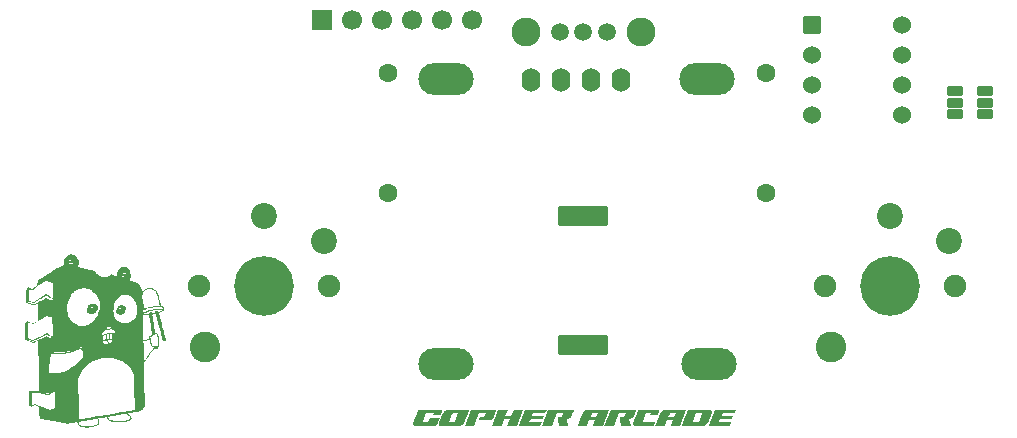
<source format=gts>
%TF.GenerationSoftware,KiCad,Pcbnew,9.0.3*%
%TF.CreationDate,2025-08-18T10:50:28+02:00*%
%TF.ProjectId,gopher-arcade,676f7068-6572-42d6-9172-636164652e6b,rev?*%
%TF.SameCoordinates,Original*%
%TF.FileFunction,Soldermask,Top*%
%TF.FilePolarity,Negative*%
%FSLAX46Y46*%
G04 Gerber Fmt 4.6, Leading zero omitted, Abs format (unit mm)*
G04 Created by KiCad (PCBNEW 9.0.3) date 2025-08-18 10:50:28*
%MOMM*%
%LPD*%
G01*
G04 APERTURE LIST*
G04 Aperture macros list*
%AMRoundRect*
0 Rectangle with rounded corners*
0 $1 Rounding radius*
0 $2 $3 $4 $5 $6 $7 $8 $9 X,Y pos of 4 corners*
0 Add a 4 corners polygon primitive as box body*
4,1,4,$2,$3,$4,$5,$6,$7,$8,$9,$2,$3,0*
0 Add four circle primitives for the rounded corners*
1,1,$1+$1,$2,$3*
1,1,$1+$1,$4,$5*
1,1,$1+$1,$6,$7*
1,1,$1+$1,$8,$9*
0 Add four rect primitives between the rounded corners*
20,1,$1+$1,$2,$3,$4,$5,0*
20,1,$1+$1,$4,$5,$6,$7,0*
20,1,$1+$1,$6,$7,$8,$9,0*
20,1,$1+$1,$8,$9,$2,$3,0*%
G04 Aperture macros list end*
%ADD10C,0.000000*%
%ADD11RoundRect,0.098000X-0.609000X-0.294000X0.609000X-0.294000X0.609000X0.294000X-0.609000X0.294000X0*%
%ADD12C,1.900000*%
%ADD13C,2.600000*%
%ADD14C,5.050000*%
%ADD15C,2.200000*%
%ADD16C,1.600000*%
%ADD17O,4.680000X2.690000*%
%ADD18O,1.600000X2.000000*%
%ADD19RoundRect,0.102000X-2.000000X-0.725000X2.000000X-0.725000X2.000000X0.725000X-2.000000X0.725000X0*%
%ADD20R,1.700000X1.700000*%
%ADD21C,1.700000*%
%ADD22RoundRect,0.102000X-0.660400X-0.660400X0.660400X-0.660400X0.660400X0.660400X-0.660400X0.660400X0*%
%ADD23C,1.524800*%
%ADD24C,1.512000*%
%ADD25C,2.454000*%
G04 APERTURE END LIST*
D10*
%TO.C,G\u002A\u002A\u002A*%
G36*
X31476299Y-128584299D02*
G01*
X31511272Y-128591829D01*
X31553642Y-128607441D01*
X31556489Y-128608595D01*
X31638980Y-128652384D01*
X31699719Y-128708613D01*
X31739983Y-128778912D01*
X31761052Y-128864914D01*
X31761702Y-128870336D01*
X31763995Y-128913506D01*
X31759001Y-128954970D01*
X31745100Y-129004664D01*
X31735107Y-129033472D01*
X31683364Y-129152736D01*
X31622288Y-129249290D01*
X31552287Y-129322808D01*
X31473769Y-129372964D01*
X31387141Y-129399430D01*
X31292810Y-129401880D01*
X31277833Y-129400130D01*
X31169630Y-129377325D01*
X31082698Y-129340765D01*
X31016692Y-129290118D01*
X30971268Y-129225053D01*
X30946084Y-129145235D01*
X30940267Y-129073703D01*
X30949729Y-128995093D01*
X30975772Y-128911002D01*
X30987353Y-128886477D01*
X31221984Y-128886477D01*
X31228614Y-128897780D01*
X31251448Y-128905902D01*
X31285677Y-128904701D01*
X31319605Y-128895535D01*
X31336803Y-128885207D01*
X31355100Y-128859631D01*
X31360066Y-128840683D01*
X31354196Y-128824306D01*
X31332443Y-128817795D01*
X31315542Y-128817212D01*
X31278387Y-128823983D01*
X31246896Y-128841039D01*
X31226339Y-128863499D01*
X31221984Y-128886477D01*
X30987353Y-128886477D01*
X31014884Y-128828181D01*
X31063552Y-128753380D01*
X31118265Y-128693348D01*
X31151408Y-128667942D01*
X31205985Y-128635480D01*
X31254400Y-128613908D01*
X31306658Y-128599821D01*
X31372762Y-128589815D01*
X31385234Y-128588371D01*
X31437896Y-128583573D01*
X31476299Y-128584299D01*
G37*
G36*
X29038285Y-128476131D02*
G01*
X29116787Y-128481079D01*
X29176187Y-128490722D01*
X29222732Y-128507608D01*
X29262671Y-128534287D01*
X29302254Y-128573309D01*
X29316590Y-128589665D01*
X29352357Y-128640437D01*
X29374721Y-128696301D01*
X29385048Y-128763019D01*
X29384703Y-128846353D01*
X29383120Y-128870325D01*
X29377565Y-128929764D01*
X29370185Y-128971600D01*
X29358859Y-129003670D01*
X29341468Y-129033811D01*
X29337188Y-129040135D01*
X29251050Y-129148480D01*
X29157652Y-129234161D01*
X29058067Y-129296340D01*
X28962628Y-129331882D01*
X28886507Y-129346953D01*
X28818379Y-129348450D01*
X28744785Y-129336481D01*
X28733138Y-129333702D01*
X28675712Y-129316900D01*
X28630563Y-129295568D01*
X28586557Y-129263703D01*
X28559355Y-129240010D01*
X28502727Y-129175493D01*
X28467327Y-129101481D01*
X28451446Y-129022485D01*
X28452970Y-128918980D01*
X28470626Y-128845722D01*
X28765729Y-128845722D01*
X28778839Y-128876848D01*
X28780207Y-128878274D01*
X28810484Y-128892467D01*
X28852293Y-128892778D01*
X28896604Y-128880307D01*
X28930020Y-128860034D01*
X28957163Y-128831881D01*
X28966436Y-128804033D01*
X28965979Y-128786887D01*
X28962190Y-128763708D01*
X28952142Y-128751434D01*
X28929048Y-128745883D01*
X28895417Y-128743403D01*
X28852783Y-128742951D01*
X28825009Y-128749692D01*
X28801876Y-128766532D01*
X28796828Y-128771448D01*
X28772125Y-128808027D01*
X28765729Y-128845722D01*
X28470626Y-128845722D01*
X28477552Y-128816983D01*
X28522974Y-128720938D01*
X28587022Y-128635287D01*
X28667480Y-128564472D01*
X28686105Y-128551996D01*
X28755195Y-128514798D01*
X28828010Y-128490507D01*
X28910765Y-128477784D01*
X29009680Y-128475290D01*
X29038285Y-128476131D01*
G37*
G36*
X27262325Y-124320316D02*
G01*
X27376968Y-124355383D01*
X27457857Y-124392884D01*
X27528691Y-124441520D01*
X27599292Y-124510321D01*
X27665346Y-124594339D01*
X27722538Y-124688628D01*
X27732000Y-124707200D01*
X27751856Y-124748283D01*
X27765146Y-124780711D01*
X27773178Y-124811430D01*
X27777260Y-124847384D01*
X27778700Y-124895521D01*
X27778819Y-124955711D01*
X27778238Y-125022540D01*
X27775738Y-125073115D01*
X27769832Y-125116119D01*
X27759031Y-125160240D01*
X27741847Y-125214161D01*
X27727323Y-125256360D01*
X27676058Y-125403737D01*
X28414498Y-125567092D01*
X29152938Y-125730446D01*
X29245199Y-125842421D01*
X29361862Y-125969304D01*
X29483351Y-126072995D01*
X29608827Y-126153025D01*
X29737449Y-126208923D01*
X29868377Y-126240219D01*
X29968931Y-126247261D01*
X30083494Y-126235962D01*
X30192767Y-126202089D01*
X30298853Y-126144726D01*
X30403849Y-126062961D01*
X30414703Y-126053100D01*
X30467954Y-126004087D01*
X30751815Y-126091929D01*
X30832076Y-126116698D01*
X30903692Y-126138669D01*
X30963271Y-126156811D01*
X31007419Y-126170095D01*
X31032743Y-126177489D01*
X31037499Y-126178667D01*
X31035964Y-126166703D01*
X31030222Y-126136199D01*
X31021470Y-126093475D01*
X31020420Y-126088514D01*
X31007520Y-125986945D01*
X31007698Y-125893728D01*
X31024299Y-125786370D01*
X31061314Y-125690926D01*
X31119471Y-125606606D01*
X31199496Y-125532619D01*
X31302118Y-125468174D01*
X31428064Y-125412481D01*
X31461836Y-125400331D01*
X31515023Y-125386268D01*
X31578287Y-125378506D01*
X31659015Y-125376127D01*
X31719299Y-125376742D01*
X31761751Y-125379565D01*
X31793970Y-125386062D01*
X31823556Y-125397701D01*
X31854264Y-125413813D01*
X31937028Y-125473721D01*
X32011051Y-125556343D01*
X32074900Y-125660023D01*
X32084993Y-125680360D01*
X32126901Y-125776176D01*
X32154144Y-125861950D01*
X32168704Y-125946880D01*
X32172562Y-126040163D01*
X32171541Y-126082154D01*
X32167328Y-126153850D01*
X32159659Y-126211295D01*
X32146430Y-126265642D01*
X32125538Y-126328047D01*
X32124750Y-126330217D01*
X32100373Y-126395870D01*
X32084916Y-126441834D01*
X32080791Y-126472881D01*
X32090410Y-126493781D01*
X32116184Y-126509307D01*
X32160528Y-126524229D01*
X32225852Y-126543319D01*
X32233667Y-126545652D01*
X32357904Y-126583581D01*
X32460994Y-126616801D01*
X32546461Y-126646809D01*
X32617832Y-126675100D01*
X32678634Y-126703170D01*
X32732391Y-126732515D01*
X32782632Y-126764631D01*
X32829371Y-126798359D01*
X32895385Y-126854490D01*
X32951691Y-126917367D01*
X33000411Y-126990709D01*
X33043663Y-127078238D01*
X33083570Y-127183673D01*
X33122249Y-127310734D01*
X33123065Y-127313665D01*
X33141846Y-127380701D01*
X33155423Y-127426298D01*
X33165304Y-127453559D01*
X33172998Y-127465587D01*
X33180015Y-127465483D01*
X33187863Y-127456350D01*
X33190547Y-127452400D01*
X33268093Y-127358201D01*
X33364166Y-127276438D01*
X33473813Y-127209757D01*
X33592079Y-127160802D01*
X33714008Y-127132218D01*
X33802538Y-127125734D01*
X33927923Y-127138060D01*
X34050370Y-127173481D01*
X34166203Y-127229658D01*
X34271751Y-127304255D01*
X34363340Y-127394933D01*
X34437299Y-127499356D01*
X34461431Y-127545092D01*
X34474867Y-127574348D01*
X34487089Y-127604260D01*
X34498798Y-127637603D01*
X34510695Y-127677155D01*
X34523483Y-127725692D01*
X34537863Y-127785991D01*
X34554537Y-127860828D01*
X34574207Y-127952979D01*
X34597574Y-128065222D01*
X34618053Y-128164772D01*
X34722960Y-128676322D01*
X34825141Y-128679981D01*
X34927322Y-128683639D01*
X34955578Y-128823573D01*
X34969847Y-128900126D01*
X34976303Y-128960024D01*
X34972604Y-129007058D01*
X34956407Y-129045020D01*
X34925369Y-129077702D01*
X34877147Y-129108895D01*
X34809400Y-129142391D01*
X34739416Y-129173461D01*
X34556187Y-129253178D01*
X34605391Y-129439093D01*
X34616515Y-129481011D01*
X34633590Y-129545192D01*
X34655996Y-129629318D01*
X34683116Y-129731071D01*
X34714331Y-129848134D01*
X34749024Y-129978189D01*
X34786577Y-130118919D01*
X34826370Y-130268007D01*
X34867787Y-130423134D01*
X34910208Y-130581984D01*
X34919631Y-130617262D01*
X34960590Y-130771213D01*
X34999340Y-130918038D01*
X35035410Y-131055889D01*
X35068332Y-131182918D01*
X35097637Y-131297276D01*
X35122856Y-131397115D01*
X35143520Y-131480589D01*
X35159160Y-131545848D01*
X35169308Y-131591044D01*
X35173495Y-131614330D01*
X35173336Y-131617153D01*
X35155362Y-131624272D01*
X35120606Y-131634568D01*
X35075504Y-131646490D01*
X35026491Y-131658487D01*
X34980001Y-131669007D01*
X34942471Y-131676499D01*
X34920336Y-131679412D01*
X34917181Y-131678901D01*
X34913132Y-131666030D01*
X34903013Y-131630277D01*
X34887286Y-131573350D01*
X34866412Y-131496957D01*
X34840853Y-131402805D01*
X34811069Y-131292604D01*
X34777523Y-131168060D01*
X34740675Y-131030881D01*
X34700987Y-130882776D01*
X34658921Y-130725453D01*
X34614937Y-130560619D01*
X34602898Y-130515443D01*
X34558529Y-130348966D01*
X34516024Y-130189586D01*
X34475837Y-130039008D01*
X34438424Y-129898934D01*
X34404241Y-129771066D01*
X34373744Y-129657107D01*
X34347388Y-129558759D01*
X34325630Y-129477726D01*
X34308924Y-129415710D01*
X34297727Y-129374414D01*
X34292495Y-129355540D01*
X34292163Y-129354508D01*
X34280187Y-129356405D01*
X34249528Y-129362958D01*
X34206210Y-129372751D01*
X34156259Y-129384366D01*
X34105698Y-129396388D01*
X34060552Y-129407399D01*
X34026845Y-129415983D01*
X34010635Y-129420709D01*
X34012362Y-129433033D01*
X34017963Y-129468297D01*
X34027080Y-129524350D01*
X34039359Y-129599045D01*
X34054445Y-129690232D01*
X34071980Y-129795762D01*
X34091610Y-129913485D01*
X34112979Y-130041252D01*
X34135731Y-130176915D01*
X34137847Y-130189511D01*
X34266861Y-130957552D01*
X34314788Y-130961735D01*
X34377651Y-130976920D01*
X34431242Y-131011123D01*
X34475754Y-131065006D01*
X34511381Y-131139233D01*
X34538318Y-131234466D01*
X34556759Y-131351368D01*
X34566898Y-131490604D01*
X34568929Y-131652835D01*
X34564259Y-131813055D01*
X34560460Y-131890456D01*
X34556348Y-131962284D01*
X34552265Y-132023338D01*
X34548556Y-132068415D01*
X34546044Y-132089741D01*
X34538530Y-132121180D01*
X34525435Y-132134617D01*
X34499706Y-132137446D01*
X34473294Y-132140011D01*
X34465843Y-132151495D01*
X34468108Y-132166068D01*
X34474168Y-132196466D01*
X34481102Y-132238038D01*
X34483258Y-132252484D01*
X34491581Y-132310276D01*
X34353779Y-132332118D01*
X34297118Y-132340957D01*
X34249916Y-132348056D01*
X34217727Y-132352595D01*
X34206436Y-132353833D01*
X34199778Y-132342600D01*
X34196378Y-132315418D01*
X34196309Y-132312362D01*
X34195556Y-132295311D01*
X34191912Y-132287248D01*
X34182403Y-132290093D01*
X34164059Y-132305765D01*
X34133907Y-132336181D01*
X34092890Y-132379149D01*
X34008821Y-132473356D01*
X33915271Y-132588859D01*
X33813512Y-132723893D01*
X33704813Y-132876693D01*
X33590444Y-133045494D01*
X33471674Y-133228531D01*
X33402290Y-133338884D01*
X33291993Y-133516265D01*
X33318200Y-134814543D01*
X33322117Y-135006658D01*
X33326138Y-135200259D01*
X33330204Y-135392716D01*
X33334257Y-135581404D01*
X33338239Y-135763693D01*
X33342091Y-135936956D01*
X33345754Y-136098565D01*
X33349170Y-136245892D01*
X33352280Y-136376309D01*
X33355025Y-136487189D01*
X33357348Y-136575903D01*
X33357846Y-136593968D01*
X33361252Y-136719278D01*
X33363758Y-136821921D01*
X33365329Y-136904654D01*
X33365927Y-136970239D01*
X33365514Y-137021434D01*
X33364055Y-137061000D01*
X33361513Y-137091695D01*
X33357850Y-137116281D01*
X33353029Y-137137515D01*
X33350448Y-137146797D01*
X33304390Y-137265042D01*
X33239489Y-137366791D01*
X33155163Y-137452641D01*
X33050828Y-137523186D01*
X32928826Y-137577967D01*
X32896153Y-137587319D01*
X32840499Y-137600248D01*
X32764015Y-137616347D01*
X32668849Y-137635209D01*
X32557149Y-137656429D01*
X32431066Y-137679599D01*
X32292747Y-137704314D01*
X32144342Y-137730166D01*
X31987999Y-137756751D01*
X31946802Y-137763652D01*
X31947282Y-137771497D01*
X31965282Y-137789290D01*
X31996923Y-137813215D01*
X31997687Y-137813742D01*
X32045805Y-137849997D01*
X32097278Y-137893415D01*
X32127849Y-137921872D01*
X32191772Y-137996216D01*
X32230466Y-138068074D01*
X32243921Y-138137351D01*
X32232126Y-138203954D01*
X32195071Y-138267789D01*
X32170026Y-138295711D01*
X32099250Y-138351180D01*
X32007241Y-138399324D01*
X31897151Y-138440073D01*
X31772132Y-138473359D01*
X31635338Y-138499114D01*
X31489920Y-138517268D01*
X31339030Y-138527753D01*
X31185823Y-138530500D01*
X31033448Y-138525441D01*
X30885060Y-138512506D01*
X30743811Y-138491626D01*
X30612852Y-138462734D01*
X30495336Y-138425761D01*
X30394416Y-138380637D01*
X30324213Y-138335956D01*
X30263305Y-138277024D01*
X30222214Y-138209910D01*
X30203386Y-138138969D01*
X30202437Y-138119392D01*
X30202407Y-138118467D01*
X30292390Y-138118467D01*
X30299833Y-138161893D01*
X30316465Y-138201741D01*
X30316948Y-138202542D01*
X30360701Y-138252184D01*
X30426931Y-138296990D01*
X30513057Y-138336535D01*
X30616499Y-138370396D01*
X30734677Y-138398145D01*
X30865009Y-138419358D01*
X31004917Y-138433610D01*
X31151818Y-138440475D01*
X31303134Y-138439529D01*
X31456283Y-138430345D01*
X31599365Y-138413858D01*
X31670537Y-138401904D01*
X31747389Y-138386258D01*
X31816919Y-138369649D01*
X31838808Y-138363626D01*
X31951967Y-138325685D01*
X32039953Y-138284652D01*
X32102868Y-138240367D01*
X32140813Y-138192667D01*
X32153888Y-138141391D01*
X32142196Y-138086377D01*
X32105835Y-138027464D01*
X32072221Y-137990178D01*
X32028632Y-137950615D01*
X31976737Y-137909634D01*
X31921683Y-137870625D01*
X31868615Y-137836979D01*
X31822679Y-137812089D01*
X31789020Y-137799344D01*
X31781215Y-137798381D01*
X31760181Y-137800523D01*
X31717500Y-137806632D01*
X31655889Y-137816233D01*
X31578065Y-137828849D01*
X31486748Y-137844006D01*
X31384655Y-137861228D01*
X31274505Y-137880038D01*
X31159014Y-137899962D01*
X31040902Y-137920523D01*
X30922886Y-137941247D01*
X30807685Y-137961657D01*
X30698016Y-137981278D01*
X30596598Y-137999634D01*
X30506148Y-138016249D01*
X30429385Y-138030649D01*
X30369026Y-138042357D01*
X30327790Y-138050897D01*
X30308395Y-138055794D01*
X30307387Y-138056287D01*
X30294716Y-138080314D01*
X30292390Y-138118467D01*
X30202407Y-138118467D01*
X30201289Y-138084737D01*
X30195565Y-138069553D01*
X30181851Y-138067894D01*
X30173815Y-138069578D01*
X30154112Y-138073457D01*
X30112855Y-138080990D01*
X30053569Y-138091554D01*
X29979779Y-138104526D01*
X29895012Y-138119283D01*
X29802792Y-138135201D01*
X29793863Y-138136735D01*
X29442534Y-138197081D01*
X29481751Y-138280778D01*
X29516514Y-138379043D01*
X29526393Y-138472185D01*
X29511421Y-138560016D01*
X29471629Y-138642351D01*
X29407050Y-138719000D01*
X29407043Y-138719007D01*
X29331954Y-138777928D01*
X29236148Y-138832245D01*
X29124220Y-138879954D01*
X29000762Y-138919053D01*
X28891591Y-138943761D01*
X28806838Y-138955841D01*
X28705107Y-138964506D01*
X28594680Y-138969377D01*
X28483840Y-138970075D01*
X28389666Y-138966767D01*
X28246846Y-138951725D01*
X28115060Y-138924872D01*
X27996527Y-138887273D01*
X27893468Y-138839993D01*
X27808101Y-138784097D01*
X27742648Y-138720651D01*
X27699328Y-138650718D01*
X27692127Y-138632086D01*
X27679615Y-138588916D01*
X27671998Y-138550204D01*
X27670918Y-138536580D01*
X27670918Y-138512257D01*
X27761526Y-138512257D01*
X27762292Y-138547889D01*
X27773183Y-138592333D01*
X27783878Y-138619424D01*
X27824845Y-138680147D01*
X27889023Y-138734976D01*
X27974673Y-138782979D01*
X28080051Y-138823224D01*
X28203417Y-138854778D01*
X28234996Y-138860862D01*
X28302315Y-138869509D01*
X28387910Y-138875186D01*
X28484789Y-138877900D01*
X28585961Y-138877661D01*
X28684434Y-138874477D01*
X28773216Y-138868354D01*
X28840191Y-138860156D01*
X28975804Y-138831875D01*
X29099290Y-138793575D01*
X29207742Y-138746617D01*
X29298253Y-138692357D01*
X29367919Y-138632155D01*
X29392911Y-138601810D01*
X29415194Y-138567588D01*
X29427232Y-138536730D01*
X29432054Y-138498597D01*
X29432757Y-138461877D01*
X29429912Y-138404315D01*
X29418983Y-138357093D01*
X29396487Y-138305531D01*
X29394989Y-138302563D01*
X29373445Y-138263407D01*
X29354269Y-138234355D01*
X29342370Y-138222249D01*
X29327063Y-138223183D01*
X29289346Y-138228160D01*
X29231855Y-138236727D01*
X29157222Y-138248430D01*
X29068081Y-138262817D01*
X28967065Y-138279435D01*
X28856808Y-138297831D01*
X28739944Y-138317552D01*
X28619105Y-138338146D01*
X28496926Y-138359158D01*
X28376039Y-138380137D01*
X28259078Y-138400630D01*
X28148678Y-138420184D01*
X28047470Y-138438345D01*
X27958090Y-138454661D01*
X27883170Y-138468680D01*
X27825343Y-138479947D01*
X27787244Y-138488011D01*
X27771557Y-138492385D01*
X27761526Y-138512257D01*
X27670918Y-138512257D01*
X27670918Y-138503317D01*
X27305183Y-138564473D01*
X27208941Y-138580683D01*
X27118389Y-138596155D01*
X27037283Y-138610230D01*
X26969378Y-138622250D01*
X26918433Y-138631555D01*
X26888203Y-138637487D01*
X26885420Y-138638106D01*
X26873317Y-138639888D01*
X26856532Y-138640304D01*
X26833467Y-138639089D01*
X26802524Y-138635982D01*
X26762108Y-138630718D01*
X26710620Y-138623033D01*
X26646464Y-138612665D01*
X26568043Y-138599350D01*
X26473759Y-138582824D01*
X26362015Y-138562825D01*
X26231214Y-138539088D01*
X26079758Y-138511350D01*
X25906052Y-138479347D01*
X25765954Y-138453452D01*
X25603451Y-138423265D01*
X25447164Y-138394002D01*
X25299041Y-138366039D01*
X25161030Y-138339756D01*
X25035079Y-138315530D01*
X24923135Y-138293741D01*
X24827148Y-138274766D01*
X24749064Y-138258985D01*
X24690833Y-138246773D01*
X24654401Y-138238512D01*
X24643272Y-138235417D01*
X24586974Y-138205054D01*
X24533863Y-138159441D01*
X24491303Y-138106066D01*
X24468007Y-138057242D01*
X24461976Y-138024031D01*
X24456905Y-137970513D01*
X24453141Y-137901817D01*
X24451033Y-137823070D01*
X24450811Y-137803265D01*
X24449602Y-137712800D01*
X24447481Y-137611090D01*
X24444735Y-137509895D01*
X24441650Y-137420973D01*
X24441271Y-137411688D01*
X24433372Y-137222174D01*
X24248915Y-137152861D01*
X24064457Y-137083548D01*
X23940425Y-137125485D01*
X23888912Y-137143827D01*
X23847853Y-137160205D01*
X23822319Y-137172490D01*
X23816394Y-137177592D01*
X23805710Y-137185036D01*
X23780728Y-137187615D01*
X23752048Y-137185684D01*
X23730274Y-137179599D01*
X23725054Y-137174530D01*
X23711668Y-137163861D01*
X23680757Y-137148513D01*
X23638958Y-137131774D01*
X23638126Y-137131473D01*
X23555609Y-137101649D01*
X23547492Y-136982511D01*
X23545569Y-136941895D01*
X23543730Y-136879643D01*
X23542034Y-136799562D01*
X23540543Y-136705459D01*
X23539319Y-136601139D01*
X23538424Y-136490410D01*
X23537951Y-136389508D01*
X23536916Y-136044826D01*
X23808140Y-136044826D01*
X23813778Y-136555869D01*
X23815064Y-136667228D01*
X23816365Y-136770362D01*
X23817638Y-136862564D01*
X23818842Y-136941126D01*
X23819934Y-137003343D01*
X23820871Y-137046507D01*
X23821611Y-137067910D01*
X23821822Y-137069768D01*
X23834101Y-137067302D01*
X23865262Y-137058365D01*
X23910044Y-137044515D01*
X23944342Y-137033493D01*
X24064457Y-136994363D01*
X24687796Y-137223938D01*
X24808115Y-137268109D01*
X24921645Y-137309512D01*
X25026070Y-137347323D01*
X25119073Y-137380715D01*
X25198337Y-137408862D01*
X25261546Y-137430938D01*
X25306382Y-137446118D01*
X25330529Y-137453575D01*
X25333738Y-137454211D01*
X25352476Y-137449689D01*
X25390269Y-137436720D01*
X25442805Y-137416919D01*
X25505770Y-137391900D01*
X25560637Y-137369263D01*
X25764932Y-137283617D01*
X25755865Y-136596450D01*
X25754125Y-136466810D01*
X25752436Y-136345073D01*
X25750832Y-136233567D01*
X25749351Y-136134617D01*
X25748028Y-136050551D01*
X25746900Y-135983695D01*
X25746002Y-135936377D01*
X25745371Y-135910924D01*
X25745155Y-135907090D01*
X25734149Y-135912487D01*
X25704142Y-135928820D01*
X25658209Y-135954371D01*
X25599422Y-135987424D01*
X25530856Y-136026263D01*
X25484073Y-136052900D01*
X25224635Y-136200902D01*
X24631825Y-136102569D01*
X24511040Y-136082661D01*
X24397023Y-136064112D01*
X24292417Y-136047336D01*
X24199864Y-136032744D01*
X24122006Y-136020750D01*
X24061487Y-136011765D01*
X24020947Y-136006203D01*
X24003466Y-136004464D01*
X23972189Y-136007687D01*
X23927256Y-136015817D01*
X23888028Y-136024759D01*
X23808140Y-136044826D01*
X23536916Y-136044826D01*
X23536684Y-135967726D01*
X24369766Y-135967726D01*
X24376993Y-135970242D01*
X24405865Y-135976241D01*
X24452914Y-135985135D01*
X24514670Y-135996331D01*
X24587664Y-136009240D01*
X24668429Y-136023272D01*
X24753494Y-136037836D01*
X24839391Y-136052342D01*
X24922651Y-136066200D01*
X24999806Y-136078818D01*
X25067386Y-136089607D01*
X25121923Y-136097976D01*
X25159947Y-136103336D01*
X25176872Y-136105090D01*
X25200056Y-136102224D01*
X25232001Y-136091420D01*
X25275837Y-136071232D01*
X25334693Y-136040214D01*
X25411700Y-135996919D01*
X25414785Y-135995150D01*
X25608865Y-135883840D01*
X25550509Y-135879892D01*
X25525260Y-135879153D01*
X25502073Y-135881959D01*
X25477077Y-135890255D01*
X25446401Y-135905983D01*
X25406176Y-135931086D01*
X25352530Y-135967506D01*
X25292996Y-136009159D01*
X25205291Y-136070873D01*
X24793889Y-136018528D01*
X24694168Y-136005933D01*
X24602389Y-135994522D01*
X24521633Y-135984662D01*
X24454982Y-135976724D01*
X24405515Y-135971075D01*
X24376316Y-135968086D01*
X24369766Y-135967726D01*
X23536684Y-135967726D01*
X23536671Y-135963486D01*
X24305317Y-135963486D01*
X24317821Y-135965523D01*
X24334321Y-135963184D01*
X24334518Y-135958842D01*
X24317492Y-135955805D01*
X24310135Y-135957838D01*
X24305317Y-135963486D01*
X23536671Y-135963486D01*
X23536527Y-135915643D01*
X23571080Y-135915643D01*
X23594740Y-135913428D01*
X23638501Y-135907294D01*
X23697455Y-135898007D01*
X23766695Y-135886330D01*
X23823253Y-135876316D01*
X24040874Y-135836990D01*
X24227582Y-135861500D01*
X24414290Y-135886009D01*
X24414734Y-135827679D01*
X24414594Y-135806255D01*
X24414054Y-135761583D01*
X24413140Y-135695279D01*
X24411878Y-135608962D01*
X24410296Y-135504245D01*
X24408420Y-135382748D01*
X24406278Y-135246085D01*
X24404120Y-135109977D01*
X27736764Y-135109977D01*
X27737086Y-135172844D01*
X27737941Y-135247677D01*
X27739341Y-135336000D01*
X27741298Y-135439342D01*
X27743824Y-135559230D01*
X27746932Y-135697190D01*
X27750634Y-135854750D01*
X27754941Y-136033435D01*
X27759867Y-136234775D01*
X27764383Y-136418130D01*
X27770715Y-136674291D01*
X27776483Y-136906196D01*
X27781724Y-137115028D01*
X27786475Y-137301965D01*
X27790775Y-137468188D01*
X27794660Y-137614879D01*
X27798168Y-137743216D01*
X27801337Y-137854381D01*
X27804204Y-137949555D01*
X27806807Y-138029917D01*
X27809183Y-138096647D01*
X27811370Y-138150927D01*
X27813406Y-138193937D01*
X27815327Y-138226857D01*
X27817171Y-138250867D01*
X27818977Y-138267148D01*
X27820781Y-138276881D01*
X27822621Y-138281246D01*
X27823634Y-138281786D01*
X27836903Y-138279654D01*
X27873961Y-138273405D01*
X27933526Y-138263260D01*
X28014318Y-138249439D01*
X28115055Y-138232162D01*
X28234457Y-138211651D01*
X28371241Y-138188125D01*
X28524127Y-138161807D01*
X28691834Y-138132915D01*
X28873080Y-138101671D01*
X29066585Y-138068295D01*
X29271067Y-138033007D01*
X29485245Y-137996029D01*
X29707838Y-137957581D01*
X29937565Y-137917883D01*
X30006501Y-137905968D01*
X30240730Y-137865482D01*
X30469758Y-137825904D01*
X30692184Y-137787475D01*
X30906606Y-137750437D01*
X31111622Y-137715031D01*
X31305832Y-137681499D01*
X31487833Y-137650084D01*
X31656224Y-137621028D01*
X31809604Y-137594571D01*
X31946570Y-137570956D01*
X32065722Y-137550425D01*
X32165657Y-137533219D01*
X32244975Y-137519581D01*
X32302273Y-137509751D01*
X32336151Y-137503973D01*
X32339599Y-137503391D01*
X32400553Y-137492646D01*
X32452235Y-137482616D01*
X32489541Y-137474359D01*
X32507368Y-137468929D01*
X32507909Y-137468560D01*
X32508747Y-137455218D01*
X32509069Y-137418465D01*
X32508911Y-137360325D01*
X32508310Y-137282826D01*
X32507301Y-137187991D01*
X32505920Y-137077847D01*
X32504203Y-136954418D01*
X32502186Y-136819731D01*
X32499905Y-136675809D01*
X32497395Y-136524680D01*
X32494693Y-136368367D01*
X32491835Y-136208897D01*
X32488856Y-136048295D01*
X32485792Y-135888586D01*
X32482680Y-135731795D01*
X32479555Y-135579948D01*
X32476454Y-135435070D01*
X32473411Y-135299187D01*
X32470463Y-135174324D01*
X32467647Y-135062505D01*
X32464997Y-134965758D01*
X32462550Y-134886106D01*
X32461646Y-134859783D01*
X32448391Y-134675493D01*
X32421756Y-134508689D01*
X32380615Y-134354556D01*
X32323838Y-134208283D01*
X32294737Y-134147396D01*
X32196741Y-133981086D01*
X32076669Y-133825837D01*
X31935706Y-133682398D01*
X31775036Y-133551519D01*
X31595844Y-133433953D01*
X31399314Y-133330447D01*
X31186630Y-133241755D01*
X30958978Y-133168625D01*
X30717541Y-133111808D01*
X30637104Y-133097116D01*
X30495897Y-133075470D01*
X30371678Y-133062032D01*
X30257484Y-133056424D01*
X30146352Y-133058271D01*
X30049783Y-133065355D01*
X29771111Y-133103987D01*
X29501852Y-133165326D01*
X29243088Y-133248967D01*
X28995899Y-133354508D01*
X28761369Y-133481548D01*
X28548681Y-133623690D01*
X28484885Y-133674774D01*
X28411427Y-133740247D01*
X28332919Y-133815380D01*
X28253971Y-133895444D01*
X28179196Y-133975709D01*
X28113205Y-134051445D01*
X28060610Y-134117923D01*
X28044238Y-134141035D01*
X27932395Y-134326077D01*
X27845458Y-134514287D01*
X27782977Y-134706768D01*
X27751905Y-134854517D01*
X27748404Y-134876640D01*
X27745337Y-134898513D01*
X27742719Y-134921660D01*
X27740560Y-134947610D01*
X27738872Y-134977890D01*
X27737669Y-135014026D01*
X27736962Y-135057546D01*
X27736764Y-135109977D01*
X24404120Y-135109977D01*
X24403896Y-135095873D01*
X24401301Y-134933729D01*
X24398520Y-134761269D01*
X24395580Y-134580110D01*
X24392508Y-134391868D01*
X24389330Y-134198160D01*
X24389057Y-134181569D01*
X25216144Y-134181569D01*
X25218327Y-134210438D01*
X25222993Y-134233319D01*
X25229989Y-134252339D01*
X25239161Y-134269627D01*
X25248478Y-134284436D01*
X25283302Y-134327329D01*
X25325210Y-134354113D01*
X25349299Y-134363253D01*
X25375269Y-134367102D01*
X25422333Y-134369458D01*
X25486191Y-134370408D01*
X25562542Y-134370041D01*
X25647087Y-134368445D01*
X25735525Y-134365708D01*
X25823558Y-134361917D01*
X25906885Y-134357160D01*
X25981207Y-134351527D01*
X25998080Y-134349972D01*
X26186379Y-134326018D01*
X26359129Y-134290924D01*
X26520696Y-134242857D01*
X26675449Y-134179981D01*
X26827753Y-134100463D01*
X26981976Y-134002468D01*
X27142485Y-133884162D01*
X27182660Y-133852356D01*
X27220341Y-133821693D01*
X27274608Y-133776878D01*
X27342675Y-133720253D01*
X27421755Y-133654159D01*
X27509064Y-133580939D01*
X27601814Y-133502935D01*
X27697219Y-133422487D01*
X27792495Y-133341939D01*
X27884855Y-133263631D01*
X27971512Y-133189906D01*
X28020107Y-133148419D01*
X28080472Y-133092298D01*
X28123032Y-133039674D01*
X28151004Y-132983735D01*
X28167607Y-132917665D01*
X28176057Y-132834653D01*
X28177021Y-132816080D01*
X28178958Y-132747903D01*
X28176851Y-132695605D01*
X28169811Y-132649822D01*
X28156950Y-132601186D01*
X28156484Y-132599646D01*
X28121540Y-132509047D01*
X28077157Y-132432886D01*
X28025771Y-132374127D01*
X27969820Y-132335735D01*
X27928523Y-132322441D01*
X27908032Y-132320858D01*
X27883024Y-132323359D01*
X27849893Y-132330972D01*
X27805032Y-132344719D01*
X27744833Y-132365629D01*
X27665689Y-132394725D01*
X27638674Y-132404842D01*
X27454854Y-132472521D01*
X27290200Y-132530071D01*
X27141028Y-132578549D01*
X27003654Y-132619014D01*
X26874393Y-132652522D01*
X26749560Y-132680134D01*
X26625473Y-132702906D01*
X26570534Y-132711609D01*
X26424826Y-132728523D01*
X26266276Y-132737961D01*
X26103702Y-132739861D01*
X25945923Y-132734164D01*
X25801758Y-132720807D01*
X25774705Y-132717120D01*
X25706914Y-132707642D01*
X25658124Y-132702153D01*
X25622220Y-132700574D01*
X25593088Y-132702826D01*
X25564613Y-132708833D01*
X25545370Y-132714186D01*
X25518324Y-132721774D01*
X25495266Y-132728860D01*
X25475573Y-132737432D01*
X25458626Y-132749479D01*
X25443803Y-132766990D01*
X25430485Y-132791954D01*
X25418049Y-132826358D01*
X25405876Y-132872193D01*
X25393344Y-132931446D01*
X25379834Y-133006107D01*
X25364724Y-133098163D01*
X25347393Y-133209604D01*
X25327221Y-133342418D01*
X25306474Y-133479561D01*
X25283271Y-133632976D01*
X25263778Y-133763373D01*
X25247842Y-133872880D01*
X25235310Y-133963625D01*
X25226027Y-134037738D01*
X25219840Y-134097347D01*
X25216597Y-134144581D01*
X25216144Y-134181569D01*
X24389057Y-134181569D01*
X24386074Y-134000601D01*
X24382767Y-133800810D01*
X24379435Y-133600401D01*
X24376105Y-133400992D01*
X24372804Y-133204199D01*
X24369559Y-133011638D01*
X24366397Y-132824927D01*
X24363344Y-132645681D01*
X24363012Y-132626325D01*
X25496990Y-132626325D01*
X25497500Y-132626999D01*
X25511593Y-132627355D01*
X25542157Y-132622927D01*
X25562946Y-132618836D01*
X25599158Y-132613707D01*
X25641969Y-132613405D01*
X25697420Y-132618209D01*
X25771552Y-132628402D01*
X25772684Y-132628574D01*
X25883389Y-132641243D01*
X26011003Y-132648962D01*
X26147480Y-132651734D01*
X26284776Y-132649563D01*
X26414844Y-132642454D01*
X26529639Y-132630411D01*
X26545092Y-132628171D01*
X26670718Y-132607073D01*
X26795277Y-132581584D01*
X26922584Y-132550617D01*
X27056455Y-132513085D01*
X27200705Y-132467899D01*
X27359149Y-132413973D01*
X27535604Y-132350219D01*
X27586129Y-132331441D01*
X27876615Y-132222928D01*
X27947764Y-132238851D01*
X28019797Y-132267415D01*
X28086820Y-132317689D01*
X28146627Y-132386097D01*
X28197013Y-132469061D01*
X28235773Y-132563005D01*
X28260701Y-132664351D01*
X28269520Y-132760785D01*
X28271609Y-132798224D01*
X28275698Y-132813246D01*
X28280828Y-132808701D01*
X28286038Y-132787443D01*
X28290366Y-132752321D01*
X28292853Y-132706189D01*
X28293094Y-132690818D01*
X28283267Y-132590644D01*
X28251920Y-132485104D01*
X28198330Y-132371963D01*
X28178434Y-132337258D01*
X28139709Y-132275249D01*
X28107214Y-132232095D01*
X28076605Y-132203508D01*
X28043538Y-132185202D01*
X28014696Y-132175692D01*
X27999352Y-132171270D01*
X27986551Y-132167997D01*
X27973478Y-132166679D01*
X27957321Y-132168122D01*
X27935266Y-132173133D01*
X27904499Y-132182519D01*
X27862207Y-132197086D01*
X27805576Y-132217641D01*
X27731793Y-132244990D01*
X27638044Y-132279941D01*
X27594591Y-132296131D01*
X27334594Y-132387514D01*
X27090701Y-132461714D01*
X26860582Y-132519084D01*
X26641905Y-132559977D01*
X26432341Y-132584743D01*
X26229557Y-132593736D01*
X26031225Y-132587308D01*
X25835012Y-132565812D01*
X25822678Y-132563962D01*
X25750846Y-132554647D01*
X25696487Y-132551807D01*
X25652534Y-132555214D01*
X25637562Y-132557997D01*
X25600963Y-132568560D01*
X25562210Y-132583824D01*
X25527701Y-132600640D01*
X25503830Y-132615857D01*
X25496990Y-132626325D01*
X24363012Y-132626325D01*
X24360428Y-132475516D01*
X24357676Y-132316050D01*
X24355114Y-132168900D01*
X24352770Y-132035680D01*
X24350669Y-131918008D01*
X24348840Y-131817501D01*
X24347308Y-131735774D01*
X24346515Y-131695429D01*
X29856860Y-131695429D01*
X29870350Y-131736420D01*
X29897395Y-131781531D01*
X29934420Y-131825431D01*
X29977851Y-131862788D01*
X30005176Y-131879675D01*
X30069502Y-131907887D01*
X30125814Y-131918665D01*
X30183318Y-131913300D01*
X30205618Y-131907795D01*
X30236425Y-131897142D01*
X30249961Y-131882100D01*
X30253268Y-131853232D01*
X30253322Y-131843852D01*
X30243099Y-131774224D01*
X30211174Y-131707619D01*
X30170618Y-131655697D01*
X30115103Y-131608978D01*
X30055693Y-131587157D01*
X29996344Y-131589614D01*
X29945182Y-131605957D01*
X29899676Y-131628817D01*
X29867860Y-131653800D01*
X29860501Y-131663891D01*
X29856860Y-131695429D01*
X24346515Y-131695429D01*
X24346102Y-131674445D01*
X24345247Y-131635129D01*
X24344770Y-131619443D01*
X24344740Y-131619226D01*
X24332845Y-131622786D01*
X24301044Y-131634492D01*
X24253011Y-131652932D01*
X24192418Y-131676696D01*
X24122940Y-131704371D01*
X24119104Y-131705911D01*
X23895665Y-131795606D01*
X23592065Y-131673324D01*
X23508877Y-131640374D01*
X23432654Y-131611235D01*
X23366803Y-131587127D01*
X23314730Y-131569266D01*
X23279842Y-131558872D01*
X23266202Y-131556826D01*
X23247511Y-131554402D01*
X23243940Y-131545963D01*
X23233196Y-131530755D01*
X23206899Y-131515465D01*
X23202596Y-131513756D01*
X23174293Y-131503103D01*
X23439874Y-131503103D01*
X23440223Y-131509839D01*
X23464357Y-131525041D01*
X23512390Y-131548535D01*
X23584436Y-131580153D01*
X23646114Y-131605761D01*
X23718951Y-131635379D01*
X23783555Y-131661460D01*
X23836312Y-131682562D01*
X23873603Y-131697240D01*
X23891813Y-131704049D01*
X23892929Y-131704351D01*
X23905678Y-131699836D01*
X23939687Y-131686673D01*
X23992643Y-131665784D01*
X24062232Y-131638093D01*
X24146142Y-131604523D01*
X24242058Y-131565997D01*
X24347669Y-131523438D01*
X24460660Y-131477771D01*
X24465175Y-131475943D01*
X24578806Y-131430084D01*
X24629596Y-131409711D01*
X29835269Y-131409711D01*
X29835376Y-131464250D01*
X29836503Y-131511435D01*
X29838677Y-131545773D01*
X29841923Y-131561773D01*
X29843063Y-131562201D01*
X29935359Y-131522629D01*
X30017113Y-131505219D01*
X30090539Y-131510119D01*
X30157854Y-131537479D01*
X30221272Y-131587448D01*
X30221472Y-131587646D01*
X30253506Y-131625584D01*
X30284545Y-131672799D01*
X30310260Y-131721444D01*
X30326317Y-131763674D01*
X30329525Y-131783392D01*
X30334227Y-131814738D01*
X30345175Y-131838317D01*
X30355053Y-131844858D01*
X30369487Y-131837804D01*
X30398249Y-131819211D01*
X30435411Y-131792937D01*
X30439560Y-131789889D01*
X30518531Y-131719762D01*
X30552086Y-131673122D01*
X33252035Y-131673122D01*
X33260055Y-132010234D01*
X33262209Y-132104912D01*
X33264650Y-132219212D01*
X33267263Y-132347316D01*
X33269934Y-132483409D01*
X33272547Y-132621673D01*
X33274987Y-132756290D01*
X33276547Y-132846152D01*
X33278654Y-132955693D01*
X33281072Y-133056609D01*
X33283700Y-133146224D01*
X33286438Y-133221864D01*
X33289186Y-133280852D01*
X33291845Y-133320515D01*
X33294314Y-133338177D01*
X33294970Y-133338808D01*
X33306013Y-133325551D01*
X33325796Y-133296383D01*
X33350232Y-133257361D01*
X33352599Y-133253441D01*
X33430300Y-133128389D01*
X33516319Y-132997054D01*
X33607760Y-132863415D01*
X33701723Y-132731449D01*
X33795312Y-132605134D01*
X33885628Y-132488448D01*
X33969775Y-132385369D01*
X34044853Y-132299873D01*
X34055842Y-132288080D01*
X34098686Y-132241668D01*
X34134348Y-132201368D01*
X34159567Y-132170990D01*
X34171081Y-132154347D01*
X34171452Y-132152970D01*
X34159947Y-132145086D01*
X34130147Y-132137235D01*
X34098305Y-132132364D01*
X34022999Y-132115533D01*
X33959336Y-132085130D01*
X33912815Y-132044075D01*
X33901737Y-132027964D01*
X33891983Y-132002661D01*
X33879161Y-131956632D01*
X33864320Y-131894260D01*
X33848503Y-131819927D01*
X33833497Y-131742060D01*
X33819517Y-131666384D01*
X33807017Y-131599840D01*
X33796736Y-131546261D01*
X33789410Y-131509480D01*
X33785775Y-131493330D01*
X33785595Y-131492924D01*
X33773469Y-131496299D01*
X33742520Y-131507514D01*
X33697480Y-131524797D01*
X33645071Y-131545575D01*
X33572873Y-131573089D01*
X33492360Y-131601408D01*
X33415914Y-131626267D01*
X33379657Y-131637040D01*
X33252035Y-131673122D01*
X30552086Y-131673122D01*
X30574195Y-131642391D01*
X30603803Y-131571315D01*
X30613754Y-131536168D01*
X30615408Y-131520105D01*
X30608350Y-131518018D01*
X30599750Y-131521357D01*
X30536241Y-131537044D01*
X30472931Y-131530054D01*
X30427340Y-131508517D01*
X30378737Y-131475490D01*
X30340876Y-131502450D01*
X30284745Y-131529529D01*
X30226646Y-131534973D01*
X30173033Y-131518298D01*
X30168145Y-131515382D01*
X30135985Y-131492648D01*
X30112676Y-131467941D01*
X30096594Y-131436634D01*
X30086114Y-131394095D01*
X30079612Y-131335694D01*
X30075462Y-131256803D01*
X30075225Y-131250599D01*
X30074448Y-131229893D01*
X30164274Y-131229893D01*
X30164617Y-131299693D01*
X30166053Y-131348709D01*
X30169187Y-131381592D01*
X30174627Y-131402996D01*
X30182978Y-131417574D01*
X30189716Y-131425058D01*
X30224794Y-131446950D01*
X30264213Y-131445250D01*
X30302204Y-131424246D01*
X30444140Y-131424246D01*
X30479123Y-131443225D01*
X30509684Y-131458085D01*
X30530699Y-131459458D01*
X30552172Y-131445469D01*
X30572674Y-131425693D01*
X30610203Y-131388165D01*
X30606679Y-131199892D01*
X30603155Y-131011619D01*
X30523648Y-131007832D01*
X30444140Y-131004045D01*
X30444140Y-131214145D01*
X30444140Y-131424246D01*
X30302204Y-131424246D01*
X30310183Y-131419835D01*
X30312547Y-131418050D01*
X30355092Y-131385600D01*
X30355092Y-131214145D01*
X30355092Y-131200374D01*
X30355092Y-131015148D01*
X30307387Y-131023742D01*
X30260559Y-131033693D01*
X30213321Y-131045863D01*
X30211978Y-131046253D01*
X30164274Y-131060171D01*
X30164274Y-131229893D01*
X30074448Y-131229893D01*
X30068865Y-131081205D01*
X29960734Y-131135461D01*
X29908722Y-131162554D01*
X29875447Y-131183135D01*
X29856322Y-131200853D01*
X29846761Y-131219358D01*
X29844568Y-131227880D01*
X29840835Y-131256904D01*
X29838024Y-131300546D01*
X29836160Y-131353313D01*
X29835269Y-131409711D01*
X24629596Y-131409711D01*
X24685501Y-131387288D01*
X24782893Y-131348487D01*
X24868615Y-131314610D01*
X24940301Y-131286589D01*
X24995584Y-131265355D01*
X25032097Y-131251836D01*
X25047474Y-131246964D01*
X25047567Y-131246961D01*
X25065152Y-131252148D01*
X25100398Y-131266241D01*
X25148069Y-131287047D01*
X25199125Y-131310567D01*
X25253581Y-131335642D01*
X25300393Y-131356059D01*
X25334365Y-131369626D01*
X25349912Y-131374173D01*
X25371995Y-131369044D01*
X25404586Y-131356127D01*
X25440241Y-131339129D01*
X25471516Y-131321758D01*
X25490970Y-131307721D01*
X25493879Y-131302466D01*
X25481847Y-131294006D01*
X25450229Y-131277103D01*
X25402712Y-131253585D01*
X25342990Y-131225278D01*
X25275377Y-131194293D01*
X25059923Y-131097099D01*
X24994711Y-131126251D01*
X24969479Y-131137752D01*
X24923935Y-131158744D01*
X24860821Y-131187955D01*
X24782879Y-131224112D01*
X24692850Y-131265943D01*
X24593476Y-131312175D01*
X24487499Y-131361536D01*
X24422150Y-131392000D01*
X24315714Y-131441439D01*
X24216002Y-131487375D01*
X24125454Y-131528712D01*
X24046509Y-131564354D01*
X23981607Y-131593204D01*
X23933188Y-131614166D01*
X23903692Y-131626144D01*
X23895682Y-131628598D01*
X23877622Y-131624886D01*
X23839835Y-131614616D01*
X23786795Y-131599088D01*
X23722975Y-131579601D01*
X23674021Y-131564216D01*
X23580382Y-131535387D01*
X23510068Y-131515706D01*
X23463193Y-131505001D01*
X23439874Y-131503103D01*
X23174293Y-131503103D01*
X23161252Y-131498194D01*
X23204594Y-131484655D01*
X23247937Y-131471116D01*
X23240389Y-130779998D01*
X23234794Y-130267765D01*
X23487354Y-130267765D01*
X23487400Y-130358273D01*
X23487601Y-130462442D01*
X23487956Y-130577916D01*
X23488465Y-130702340D01*
X23488709Y-130753632D01*
X23492003Y-131417932D01*
X23676460Y-131477820D01*
X23742358Y-131498808D01*
X23800943Y-131516709D01*
X23847379Y-131530103D01*
X23876831Y-131537568D01*
X23883512Y-131538629D01*
X23899204Y-131533575D01*
X23935624Y-131518725D01*
X23990476Y-131495104D01*
X24061463Y-131463739D01*
X24146286Y-131425654D01*
X24242649Y-131381874D01*
X24348254Y-131333426D01*
X24460804Y-131281335D01*
X24480868Y-131272002D01*
X25055629Y-131004455D01*
X25240627Y-131086854D01*
X25310923Y-131118147D01*
X25379571Y-131148678D01*
X25440263Y-131175643D01*
X25486692Y-131196239D01*
X25500499Y-131202350D01*
X25575373Y-131235447D01*
X25572261Y-131079058D01*
X29761731Y-131079058D01*
X29769539Y-131108733D01*
X29786060Y-131119898D01*
X29803526Y-131114560D01*
X29837949Y-131100062D01*
X29883661Y-131078885D01*
X29916210Y-131062977D01*
X29922635Y-131060171D01*
X30044199Y-131007081D01*
X30172718Y-130968023D01*
X30309460Y-130943917D01*
X30444140Y-130933517D01*
X30516699Y-130931091D01*
X30570007Y-130930839D01*
X30610202Y-130933252D01*
X30643419Y-130938821D01*
X30675796Y-130948036D01*
X30691015Y-130953251D01*
X30731938Y-130967171D01*
X30763182Y-130976788D01*
X30776556Y-130979816D01*
X30793989Y-130968239D01*
X30809067Y-130938078D01*
X30819661Y-130896194D01*
X30823644Y-130849445D01*
X30822879Y-130830567D01*
X30813320Y-130778802D01*
X30791976Y-130737734D01*
X30755369Y-130704052D01*
X30700016Y-130674448D01*
X30631545Y-130648639D01*
X30522405Y-130611964D01*
X30448289Y-130648380D01*
X30369012Y-130680513D01*
X30285501Y-130702831D01*
X30208921Y-130712462D01*
X30198631Y-130712634D01*
X30163222Y-130705594D01*
X30136458Y-130680406D01*
X30133051Y-130675489D01*
X30115036Y-130651355D01*
X30099559Y-130645639D01*
X30075443Y-130655330D01*
X30069516Y-130658378D01*
X29963217Y-130724040D01*
X29879412Y-130800007D01*
X29816704Y-130887834D01*
X29774535Y-130986396D01*
X29763237Y-131036428D01*
X29761731Y-131079058D01*
X25572261Y-131079058D01*
X25565679Y-130748258D01*
X25563123Y-130622388D01*
X25561642Y-130551861D01*
X30177724Y-130551861D01*
X30179242Y-130590057D01*
X30189163Y-130617664D01*
X30191217Y-130620035D01*
X30216448Y-130628540D01*
X30260807Y-130625070D01*
X30321219Y-130610071D01*
X30367017Y-130594579D01*
X30422348Y-130569105D01*
X30464185Y-130539674D01*
X30488534Y-130509708D01*
X30492608Y-130486892D01*
X30475816Y-130461966D01*
X30440032Y-130443323D01*
X30391470Y-130433785D01*
X30374173Y-130433116D01*
X30333031Y-130438563D01*
X30285897Y-130452766D01*
X30240466Y-130472387D01*
X30204433Y-130494088D01*
X30185494Y-130514530D01*
X30185284Y-130515054D01*
X30177724Y-130551861D01*
X25561642Y-130551861D01*
X25560341Y-130489876D01*
X25557457Y-130356388D01*
X25554598Y-130227589D01*
X25551887Y-130109145D01*
X25549451Y-130006720D01*
X25548050Y-129950479D01*
X25540117Y-129639889D01*
X25325996Y-129579949D01*
X25111876Y-129520007D01*
X24517087Y-129873804D01*
X23922299Y-130227602D01*
X23707151Y-130158604D01*
X23637709Y-130136384D01*
X23577220Y-130117122D01*
X23529612Y-130102061D01*
X23498809Y-130092444D01*
X23488709Y-130089470D01*
X23488139Y-130101771D01*
X23487723Y-130137158D01*
X23487461Y-130193275D01*
X23487354Y-130267765D01*
X23234794Y-130267765D01*
X23232841Y-130088880D01*
X23307619Y-130051132D01*
X23347746Y-130029120D01*
X23378642Y-130008945D01*
X23392676Y-129996076D01*
X23410548Y-129981180D01*
X23437745Y-129971579D01*
X23464989Y-129968807D01*
X23482999Y-129974395D01*
X23485643Y-129980725D01*
X23497783Y-129992355D01*
X23534294Y-130009554D01*
X23595311Y-130032377D01*
X23680970Y-130060880D01*
X23687911Y-130063095D01*
X23756352Y-130084583D01*
X23816926Y-130103029D01*
X23865227Y-130117137D01*
X23896849Y-130125611D01*
X23906741Y-130127496D01*
X23922559Y-130121240D01*
X23956303Y-130103874D01*
X24004156Y-130077495D01*
X24062301Y-130044203D01*
X24119927Y-130010271D01*
X24316554Y-129893047D01*
X24308177Y-129416653D01*
X24306189Y-129297903D01*
X24304358Y-129177616D01*
X24302743Y-129060482D01*
X24301402Y-128951190D01*
X24300393Y-128854430D01*
X24299776Y-128774892D01*
X24299754Y-128768997D01*
X26781982Y-128768997D01*
X26784546Y-128962767D01*
X26805594Y-129141603D01*
X26827453Y-129263685D01*
X26850380Y-129366197D01*
X26876559Y-129454989D01*
X26908172Y-129535909D01*
X26947400Y-129614807D01*
X26996428Y-129697530D01*
X27035258Y-129757132D01*
X27150828Y-129911045D01*
X27277207Y-130043917D01*
X27413319Y-130154928D01*
X27558087Y-130243260D01*
X27710435Y-130308097D01*
X27791769Y-130332122D01*
X27866251Y-130345406D01*
X27957295Y-130353168D01*
X28056610Y-130355322D01*
X28155902Y-130351784D01*
X28246879Y-130342467D01*
X28278867Y-130337145D01*
X28376072Y-130315637D01*
X28459315Y-130289277D01*
X28539440Y-130253960D01*
X28627288Y-130205583D01*
X28628692Y-130204753D01*
X28822601Y-130079012D01*
X28992779Y-129944719D01*
X29139778Y-129800926D01*
X29264146Y-129646686D01*
X29366433Y-129481049D01*
X29447189Y-129303068D01*
X29497689Y-129141471D01*
X30719105Y-129141471D01*
X30724332Y-129256113D01*
X30729799Y-129328467D01*
X30735283Y-129381935D01*
X30742227Y-129423036D01*
X30752074Y-129458285D01*
X30766265Y-129494200D01*
X30786245Y-129537299D01*
X30786856Y-129538577D01*
X30846404Y-129651406D01*
X30909838Y-129746531D01*
X30982619Y-129831638D01*
X31024615Y-129873209D01*
X31135438Y-129961002D01*
X31261853Y-130031622D01*
X31398569Y-130082429D01*
X31484269Y-130102475D01*
X31535993Y-130108086D01*
X31605938Y-130110410D01*
X31687132Y-130109724D01*
X31772605Y-130106302D01*
X31855385Y-130100420D01*
X31928502Y-130092355D01*
X31983406Y-130082749D01*
X32115026Y-130040393D01*
X32242265Y-129976720D01*
X32360807Y-129895032D01*
X32466338Y-129798630D01*
X32554544Y-129690815D01*
X32605622Y-129606596D01*
X32648727Y-129508704D01*
X32664788Y-129459633D01*
X33207515Y-129459633D01*
X33212339Y-129555042D01*
X33213429Y-129585070D01*
X33214870Y-129637958D01*
X33216608Y-129711125D01*
X33218591Y-129801992D01*
X33220766Y-129907978D01*
X33223078Y-130026505D01*
X33225476Y-130154992D01*
X33227906Y-130290859D01*
X33230015Y-130413723D01*
X33233625Y-130622274D01*
X33237036Y-130806574D01*
X33240288Y-130967813D01*
X33243423Y-131107181D01*
X33246480Y-131225869D01*
X33249501Y-131325067D01*
X33252525Y-131405965D01*
X33255594Y-131469754D01*
X33258747Y-131517623D01*
X33262026Y-131550762D01*
X33265470Y-131570363D01*
X33269120Y-131577615D01*
X33269624Y-131577713D01*
X33285180Y-131573896D01*
X33320140Y-131563420D01*
X33369800Y-131547752D01*
X33429453Y-131528355D01*
X33449452Y-131521743D01*
X33518692Y-131498031D01*
X33586404Y-131473560D01*
X33645301Y-131451044D01*
X33688094Y-131433198D01*
X33691727Y-131431533D01*
X33765374Y-131397293D01*
X33757639Y-131328925D01*
X33846766Y-131328925D01*
X33847193Y-131339713D01*
X33851291Y-131359804D01*
X33859183Y-131401084D01*
X33870150Y-131459701D01*
X33883477Y-131531806D01*
X33898446Y-131613549D01*
X33908641Y-131669613D01*
X33927403Y-131771519D01*
X33943116Y-131851291D01*
X33956924Y-131911890D01*
X33969968Y-131956279D01*
X33983392Y-131987418D01*
X33998339Y-132008267D01*
X34015952Y-132021789D01*
X34037373Y-132030944D01*
X34049566Y-132034721D01*
X34076220Y-132038894D01*
X34122528Y-132042548D01*
X34182703Y-132045360D01*
X34250957Y-132047010D01*
X34275078Y-132047250D01*
X34461392Y-132048397D01*
X34470990Y-131943447D01*
X34476238Y-131865671D01*
X34479328Y-131775117D01*
X34480358Y-131677353D01*
X34479428Y-131577946D01*
X34476636Y-131482466D01*
X34472080Y-131396480D01*
X34465858Y-131325556D01*
X34459279Y-131281001D01*
X34436055Y-131192365D01*
X34406021Y-131123346D01*
X34370248Y-131076018D01*
X34344110Y-131057718D01*
X34311050Y-131049019D01*
X34270778Y-131052595D01*
X34220876Y-131069445D01*
X34158924Y-131100569D01*
X34082504Y-131146968D01*
X34008150Y-131196561D01*
X33944435Y-131240765D01*
X33899248Y-131273605D01*
X33869779Y-131297581D01*
X33853221Y-131315188D01*
X33846766Y-131328925D01*
X33757639Y-131328925D01*
X33757207Y-131325106D01*
X33749040Y-131252920D01*
X33795617Y-131230709D01*
X33830611Y-131211328D01*
X33875334Y-131182986D01*
X33914594Y-131155749D01*
X33950650Y-131129513D01*
X33977409Y-131110104D01*
X33989435Y-131101464D01*
X33989587Y-131101363D01*
X33987998Y-131088876D01*
X33982547Y-131053379D01*
X33973575Y-130996956D01*
X33961422Y-130921691D01*
X33946426Y-130829667D01*
X33928929Y-130722966D01*
X33909270Y-130603674D01*
X33887790Y-130473874D01*
X33864827Y-130335648D01*
X33855539Y-130279879D01*
X33718900Y-129460033D01*
X33463208Y-129459833D01*
X33207515Y-129459633D01*
X32664788Y-129459633D01*
X32685971Y-129394909D01*
X32696885Y-129350319D01*
X33236775Y-129350319D01*
X33245836Y-129367855D01*
X33274607Y-129378829D01*
X33300973Y-129381374D01*
X33346509Y-129382560D01*
X33404986Y-129382533D01*
X33470178Y-129381438D01*
X33535855Y-129379422D01*
X33595789Y-129376631D01*
X33643754Y-129373210D01*
X33672538Y-129369513D01*
X33689752Y-129363645D01*
X33696824Y-129350700D01*
X33696039Y-129323441D01*
X33693524Y-129303010D01*
X33685494Y-129242478D01*
X33798081Y-129226331D01*
X33852095Y-129218277D01*
X33899047Y-129210723D01*
X33931306Y-129204918D01*
X33938091Y-129203438D01*
X33954940Y-129201641D01*
X33966338Y-129209464D01*
X33974920Y-129231636D01*
X33983323Y-129272887D01*
X33986221Y-129289798D01*
X33994752Y-129321300D01*
X34007995Y-129332149D01*
X34015954Y-129331654D01*
X34051453Y-129323649D01*
X34097651Y-129312425D01*
X34148001Y-129299680D01*
X34195955Y-129287112D01*
X34234964Y-129276420D01*
X34258483Y-129269301D01*
X34262133Y-129267806D01*
X34264409Y-129253290D01*
X34259428Y-129222961D01*
X34253903Y-129202306D01*
X34244056Y-129167441D01*
X34238867Y-129144727D01*
X34238705Y-129140209D01*
X34254169Y-129133740D01*
X34287293Y-129123915D01*
X34331689Y-129112251D01*
X34380970Y-129100271D01*
X34428748Y-129089491D01*
X34468636Y-129081434D01*
X34494246Y-129077618D01*
X34500122Y-129078016D01*
X34509131Y-129094978D01*
X34519995Y-129125310D01*
X34521285Y-129129589D01*
X34534007Y-129172738D01*
X34693022Y-129102620D01*
X34752901Y-129075517D01*
X34805217Y-129050533D01*
X34845067Y-129030105D01*
X34867549Y-129016667D01*
X34869748Y-129014821D01*
X34875069Y-129003003D01*
X34863370Y-128994072D01*
X34833147Y-128987891D01*
X34782897Y-128984323D01*
X34711118Y-128983232D01*
X34616305Y-128984479D01*
X34554549Y-128986090D01*
X34332923Y-128999376D01*
X34124298Y-129026699D01*
X33919578Y-129069694D01*
X33709667Y-129129999D01*
X33656244Y-129147656D01*
X33532969Y-129191189D01*
X33430229Y-129231312D01*
X33348629Y-129267655D01*
X33288781Y-129299850D01*
X33251294Y-129327528D01*
X33236775Y-129350319D01*
X32696885Y-129350319D01*
X32716017Y-129272154D01*
X32737525Y-129147386D01*
X32740233Y-129119482D01*
X33175072Y-129119482D01*
X33177994Y-129147191D01*
X33181684Y-129163783D01*
X33190437Y-129200640D01*
X33197261Y-129227782D01*
X33198691Y-129232936D01*
X33212075Y-129235700D01*
X33245850Y-129225007D01*
X33299019Y-129201177D01*
X33302488Y-129199491D01*
X33356766Y-129174613D01*
X33425185Y-129145559D01*
X33497831Y-129116447D01*
X33548031Y-129097454D01*
X33727391Y-129038528D01*
X33919915Y-128987486D01*
X34113805Y-128947288D01*
X34205093Y-128932540D01*
X34290383Y-128921641D01*
X34382723Y-128912370D01*
X34477600Y-128904936D01*
X34570498Y-128899545D01*
X34656904Y-128896404D01*
X34732304Y-128895721D01*
X34792184Y-128897703D01*
X34832028Y-128902557D01*
X34836135Y-128903584D01*
X34863547Y-128910552D01*
X34878031Y-128909130D01*
X34881600Y-128894827D01*
X34876268Y-128863149D01*
X34868858Y-128830579D01*
X34857073Y-128789851D01*
X34843046Y-128767820D01*
X34822853Y-128757891D01*
X34796687Y-128755276D01*
X34749506Y-128754438D01*
X34685659Y-128755190D01*
X34609495Y-128757344D01*
X34525367Y-128760712D01*
X34437622Y-128765107D01*
X34350613Y-128770342D01*
X34268688Y-128776229D01*
X34196199Y-128782581D01*
X34159564Y-128786476D01*
X33910650Y-128826265D01*
X33671562Y-128886472D01*
X33445527Y-128966217D01*
X33350078Y-129007710D01*
X33297601Y-129032945D01*
X33249873Y-129057640D01*
X33214621Y-129077733D01*
X33205795Y-129083535D01*
X33183302Y-129101713D01*
X33175072Y-129119482D01*
X32740233Y-129119482D01*
X32749155Y-129027550D01*
X32749568Y-128919591D01*
X32745989Y-128878755D01*
X32717977Y-128716757D01*
X33193207Y-128716757D01*
X33193601Y-128779588D01*
X33195832Y-128844201D01*
X33199435Y-128897824D01*
X33199983Y-128903346D01*
X33204929Y-128945516D01*
X33210376Y-128967207D01*
X33219181Y-128973270D01*
X33234197Y-128968560D01*
X33237481Y-128967079D01*
X33257579Y-128953160D01*
X33261612Y-128931383D01*
X33258866Y-128914063D01*
X33252879Y-128885070D01*
X33243159Y-128838490D01*
X33231231Y-128781627D01*
X33222655Y-128740885D01*
X33194494Y-128607312D01*
X33193207Y-128716757D01*
X32717977Y-128716757D01*
X32712627Y-128685815D01*
X32661496Y-128502628D01*
X32593944Y-128333419D01*
X32537681Y-128225676D01*
X32495254Y-128163135D01*
X32438098Y-128093434D01*
X32371878Y-128022325D01*
X32302256Y-127955560D01*
X32234897Y-127898889D01*
X32175972Y-127858358D01*
X32093857Y-127818602D01*
X32086232Y-127815873D01*
X33154165Y-127815873D01*
X33155632Y-127876702D01*
X33162240Y-127948029D01*
X33174081Y-128032590D01*
X33191245Y-128133123D01*
X33213823Y-128252366D01*
X33241906Y-128393055D01*
X33249165Y-128428793D01*
X33270653Y-128534606D01*
X33290449Y-128632590D01*
X33307997Y-128719947D01*
X33322739Y-128793876D01*
X33334115Y-128851580D01*
X33341570Y-128890258D01*
X33344544Y-128907111D01*
X33344574Y-128907509D01*
X33355295Y-128907729D01*
X33383764Y-128899405D01*
X33424443Y-128884235D01*
X33436803Y-128879185D01*
X33488390Y-128859409D01*
X33554801Y-128836317D01*
X33626292Y-128813208D01*
X33675326Y-128798445D01*
X33810939Y-128764094D01*
X33963512Y-128733885D01*
X34124734Y-128708985D01*
X34286295Y-128690562D01*
X34439887Y-128679782D01*
X34537187Y-128677410D01*
X34581943Y-128676039D01*
X34614723Y-128672542D01*
X34629206Y-128667638D01*
X34629416Y-128666940D01*
X34626895Y-128652479D01*
X34619731Y-128616042D01*
X34608522Y-128560550D01*
X34593863Y-128488924D01*
X34576354Y-128404086D01*
X34556591Y-128308957D01*
X34539029Y-128224878D01*
X34517213Y-128120551D01*
X34496563Y-128021565D01*
X34477788Y-127931335D01*
X34461596Y-127853275D01*
X34448696Y-127790798D01*
X34439797Y-127747318D01*
X34436236Y-127729549D01*
X34406374Y-127633777D01*
X34356353Y-127537851D01*
X34290640Y-127447515D01*
X34213704Y-127368511D01*
X34130014Y-127306583D01*
X34090766Y-127285546D01*
X33971504Y-127242327D01*
X33850139Y-127222098D01*
X33729661Y-127223870D01*
X33613055Y-127246654D01*
X33503308Y-127289464D01*
X33403408Y-127351311D01*
X33316340Y-127431205D01*
X33245093Y-127528160D01*
X33220773Y-127573384D01*
X33197895Y-127622786D01*
X33179705Y-127668998D01*
X33166292Y-127714758D01*
X33157748Y-127762805D01*
X33154165Y-127815873D01*
X32086232Y-127815873D01*
X31994755Y-127783142D01*
X31887049Y-127754305D01*
X31779118Y-127734418D01*
X31701671Y-127726697D01*
X31635539Y-127724319D01*
X31584729Y-127726330D01*
X31539357Y-127733669D01*
X31491771Y-127746585D01*
X31392709Y-127785239D01*
X31292787Y-127841592D01*
X31188309Y-127917892D01*
X31132206Y-127965099D01*
X31079175Y-128013200D01*
X31040243Y-128053863D01*
X31009126Y-128094877D01*
X30979541Y-128144032D01*
X30962884Y-128175000D01*
X30869748Y-128370833D01*
X30799636Y-128561614D01*
X30751715Y-128751126D01*
X30725149Y-128943151D01*
X30719105Y-129141471D01*
X29497689Y-129141471D01*
X29506963Y-129111795D01*
X29546306Y-128906280D01*
X29565767Y-128685576D01*
X29568168Y-128584198D01*
X29567397Y-128505294D01*
X29563353Y-128441927D01*
X29554940Y-128384283D01*
X29541066Y-128322549D01*
X29537412Y-128308364D01*
X29481374Y-128128719D01*
X29410536Y-127964744D01*
X29322910Y-127813572D01*
X29216505Y-127672337D01*
X29089332Y-127538171D01*
X28939400Y-127408207D01*
X28881594Y-127363495D01*
X28803397Y-127307891D01*
X28734001Y-127267144D01*
X28664961Y-127237410D01*
X28587827Y-127214845D01*
X28525489Y-127201448D01*
X28340776Y-127178428D01*
X28155557Y-127180528D01*
X27971328Y-127207502D01*
X27789588Y-127259107D01*
X27611836Y-127335097D01*
X27569148Y-127357362D01*
X27483764Y-127405335D01*
X27416524Y-127448097D01*
X27362007Y-127490032D01*
X27314794Y-127535527D01*
X27269466Y-127588967D01*
X27247745Y-127617441D01*
X27110704Y-127815406D01*
X26997998Y-128008994D01*
X26909200Y-128199676D01*
X26843882Y-128388924D01*
X26801618Y-128578207D01*
X26781982Y-128768997D01*
X24299754Y-128768997D01*
X24299605Y-128729262D01*
X24298906Y-128657608D01*
X24297096Y-128594244D01*
X24294403Y-128543819D01*
X24291053Y-128510982D01*
X24288481Y-128501017D01*
X24279008Y-128496190D01*
X24259589Y-128500175D01*
X24227007Y-128514272D01*
X24178041Y-128539780D01*
X24138852Y-128561442D01*
X24085258Y-128591037D01*
X24039645Y-128615438D01*
X24006599Y-128632248D01*
X23990702Y-128639073D01*
X23990298Y-128639115D01*
X23976255Y-128634669D01*
X23941754Y-128622145D01*
X23890021Y-128602760D01*
X23824279Y-128577734D01*
X23747755Y-128548284D01*
X23669372Y-128517852D01*
X23571928Y-128480158D01*
X23495362Y-128451310D01*
X23437025Y-128430460D01*
X23394272Y-128416762D01*
X23364457Y-128409367D01*
X23344931Y-128407430D01*
X23333048Y-128410102D01*
X23332922Y-128410169D01*
X23313629Y-128417067D01*
X23307727Y-128405557D01*
X23307546Y-128399221D01*
X23297334Y-128374664D01*
X23285284Y-128366062D01*
X23269936Y-128358079D01*
X23275626Y-128348413D01*
X23285284Y-128341036D01*
X23290807Y-128335448D01*
X23290889Y-128335277D01*
X23464738Y-128335277D01*
X23467464Y-128342171D01*
X23481141Y-128351477D01*
X23508244Y-128364516D01*
X23551245Y-128382613D01*
X23612619Y-128407088D01*
X23694840Y-128439266D01*
X23709781Y-128445095D01*
X23786816Y-128475046D01*
X23855774Y-128501662D01*
X23913176Y-128523616D01*
X23955539Y-128539581D01*
X23979383Y-128548230D01*
X23983240Y-128549393D01*
X23995639Y-128543458D01*
X24027764Y-128526234D01*
X24077243Y-128499041D01*
X24141705Y-128463200D01*
X24218778Y-128420032D01*
X24306091Y-128370857D01*
X24401272Y-128316997D01*
X24441203Y-128294331D01*
X24541636Y-128237276D01*
X24637449Y-128182854D01*
X24725861Y-128132642D01*
X24804093Y-128088220D01*
X24869364Y-128051167D01*
X24918894Y-128023061D01*
X24949902Y-128005481D01*
X24955101Y-128002538D01*
X25018868Y-127966480D01*
X25205924Y-128073816D01*
X25268861Y-128109352D01*
X25324921Y-128139920D01*
X25370081Y-128163411D01*
X25400318Y-128177718D01*
X25410756Y-128181152D01*
X25430764Y-128176146D01*
X25466052Y-128163028D01*
X25508494Y-128144853D01*
X25588458Y-128108555D01*
X25468878Y-128038654D01*
X25353881Y-127971541D01*
X25258876Y-127916382D01*
X25181979Y-127872137D01*
X25121304Y-127837772D01*
X25074967Y-127812249D01*
X25041083Y-127794532D01*
X25017767Y-127783584D01*
X25003134Y-127778370D01*
X24995300Y-127777851D01*
X24994892Y-127777988D01*
X24981372Y-127785933D01*
X24948678Y-127806380D01*
X24898960Y-127837951D01*
X24834365Y-127879268D01*
X24757044Y-127928953D01*
X24669144Y-127985628D01*
X24572815Y-128047916D01*
X24470206Y-128114438D01*
X24469335Y-128115003D01*
X23959389Y-128446028D01*
X23739863Y-128375709D01*
X23661345Y-128350755D01*
X23603101Y-128332992D01*
X23561250Y-128321632D01*
X23531906Y-128315887D01*
X23511188Y-128314969D01*
X23495211Y-128318090D01*
X23482245Y-128323431D01*
X23470490Y-128329471D01*
X23464738Y-128335277D01*
X23290889Y-128335277D01*
X23295338Y-128326030D01*
X23298975Y-128310433D01*
X23301814Y-128286308D01*
X23303952Y-128251304D01*
X23305488Y-128203072D01*
X23306517Y-128139262D01*
X23307138Y-128057525D01*
X23307448Y-127955511D01*
X23307544Y-127830869D01*
X23307546Y-127803285D01*
X23307546Y-127520661D01*
X23536234Y-127520661D01*
X23537268Y-127637955D01*
X23539760Y-127772767D01*
X23543722Y-127923779D01*
X23544857Y-127961109D01*
X23553187Y-128228575D01*
X23732495Y-128286211D01*
X23797676Y-128306745D01*
X23855683Y-128324240D01*
X23901534Y-128337251D01*
X23930242Y-128344334D01*
X23935889Y-128345188D01*
X23951071Y-128338690D01*
X23985342Y-128319543D01*
X24036542Y-128289086D01*
X24102509Y-128248658D01*
X24181081Y-128199598D01*
X24270096Y-128143247D01*
X24367393Y-128080943D01*
X24470810Y-128014026D01*
X24479724Y-128008226D01*
X24999472Y-127669924D01*
X25311727Y-127850743D01*
X25392336Y-127897098D01*
X25465648Y-127938636D01*
X25528836Y-127973805D01*
X25579072Y-128001052D01*
X25613529Y-128018827D01*
X25629382Y-128025577D01*
X25630048Y-128025495D01*
X25630540Y-128012371D01*
X25630272Y-127976766D01*
X25629330Y-127921627D01*
X25627798Y-127849902D01*
X25625764Y-127764537D01*
X25623312Y-127668481D01*
X25620527Y-127564680D01*
X25617496Y-127456081D01*
X25614303Y-127345632D01*
X25611035Y-127236280D01*
X25607777Y-127130972D01*
X25604614Y-127032656D01*
X25601632Y-126944278D01*
X25598917Y-126868787D01*
X25596554Y-126809129D01*
X25594629Y-126768252D01*
X25593227Y-126749102D01*
X25592965Y-126748052D01*
X25581126Y-126742973D01*
X25548981Y-126729792D01*
X25499847Y-126709854D01*
X25437043Y-126684503D01*
X25363888Y-126655082D01*
X25317496Y-126636472D01*
X25043990Y-126526858D01*
X24453373Y-126923553D01*
X23862757Y-127320249D01*
X23715544Y-127284542D01*
X23656566Y-127270074D01*
X23606001Y-127257365D01*
X23569367Y-127247823D01*
X23552429Y-127242948D01*
X23546387Y-127252940D01*
X23541732Y-127287022D01*
X23538479Y-127343879D01*
X23536642Y-127422197D01*
X23536234Y-127520661D01*
X23307546Y-127520661D01*
X23307546Y-127281929D01*
X23371152Y-127228296D01*
X23403910Y-127198039D01*
X23426871Y-127171798D01*
X23434758Y-127156338D01*
X23445115Y-127140624D01*
X23456018Y-127138013D01*
X23481723Y-127129901D01*
X23500542Y-127116960D01*
X23517760Y-127103387D01*
X23523344Y-127109452D01*
X23523806Y-127123320D01*
X23526458Y-127145068D01*
X23530555Y-127150734D01*
X23544772Y-127153739D01*
X23578655Y-127161936D01*
X23627253Y-127174101D01*
X23685613Y-127189010D01*
X23690354Y-127190233D01*
X23843402Y-127229732D01*
X24050816Y-127091983D01*
X24258230Y-126954235D01*
X24266115Y-126843139D01*
X24277161Y-126734816D01*
X24294639Y-126646326D01*
X24320612Y-126572434D01*
X24357144Y-126507909D01*
X24406297Y-126447519D01*
X24432640Y-126420729D01*
X24449525Y-126405560D01*
X24472160Y-126387583D01*
X24501877Y-126365970D01*
X24540008Y-126339895D01*
X24587882Y-126308529D01*
X24646833Y-126271044D01*
X24652053Y-126267793D01*
X31375301Y-126267793D01*
X31382393Y-126283935D01*
X31404901Y-126294460D01*
X31406626Y-126295048D01*
X31432708Y-126301099D01*
X31446702Y-126291749D01*
X31455953Y-126269821D01*
X31477012Y-126237175D01*
X31512665Y-126206243D01*
X31519559Y-126201843D01*
X31568884Y-126177436D01*
X31605492Y-126173049D01*
X31632606Y-126188875D01*
X31646294Y-126209366D01*
X31671780Y-126239959D01*
X31703182Y-126246159D01*
X31727154Y-126236207D01*
X31736504Y-126224988D01*
X31733807Y-126205587D01*
X31722072Y-126178203D01*
X31692883Y-126131516D01*
X31656490Y-126105329D01*
X31607186Y-126096663D01*
X31569549Y-126098580D01*
X31531515Y-126101092D01*
X31506303Y-126100050D01*
X31500119Y-126097136D01*
X31507878Y-126074132D01*
X31527209Y-126039813D01*
X31552802Y-126001903D01*
X31579351Y-125968122D01*
X31601547Y-125946196D01*
X31605698Y-125943522D01*
X31650122Y-125932381D01*
X31703081Y-125938068D01*
X31729896Y-125947273D01*
X31749195Y-125945489D01*
X31765488Y-125921695D01*
X31773842Y-125893757D01*
X31766494Y-125875153D01*
X31740442Y-125863593D01*
X31692684Y-125856785D01*
X31678998Y-125855700D01*
X31610220Y-125858490D01*
X31554310Y-125879824D01*
X31505779Y-125922434D01*
X31481656Y-125953877D01*
X31458278Y-125996062D01*
X31433126Y-126055127D01*
X31409144Y-126122952D01*
X31389276Y-126191418D01*
X31379172Y-126236546D01*
X31375301Y-126267793D01*
X24652053Y-126267793D01*
X24718190Y-126226613D01*
X24803286Y-126174407D01*
X24903451Y-126113600D01*
X25020018Y-126043363D01*
X25154316Y-125962868D01*
X25307677Y-125871288D01*
X25481434Y-125767795D01*
X25511872Y-125749686D01*
X25657969Y-125662812D01*
X25797792Y-125579744D01*
X25929802Y-125501390D01*
X26052458Y-125428662D01*
X26164220Y-125362470D01*
X26263548Y-125303727D01*
X26348902Y-125253341D01*
X26418740Y-125212225D01*
X26471525Y-125181288D01*
X26505714Y-125161442D01*
X26519768Y-125153597D01*
X26520028Y-125153506D01*
X26525348Y-125163887D01*
X26526010Y-125172588D01*
X26536193Y-125189453D01*
X26545092Y-125191669D01*
X26556930Y-125191459D01*
X26562087Y-125187189D01*
X26560226Y-125173402D01*
X26551009Y-125144639D01*
X26540264Y-125113436D01*
X26534655Y-125091378D01*
X26942764Y-125091378D01*
X26970808Y-125121231D01*
X26992059Y-125140840D01*
X27009679Y-125142942D01*
X27033315Y-125131305D01*
X27078349Y-125117193D01*
X27123988Y-125121711D01*
X27164512Y-125141406D01*
X27194198Y-125172825D01*
X27207328Y-125212515D01*
X27205696Y-125235359D01*
X27199312Y-125266467D01*
X27195659Y-125285952D01*
X27204689Y-125297331D01*
X27227561Y-125306538D01*
X27252703Y-125310244D01*
X27267247Y-125306551D01*
X27274397Y-125290413D01*
X27283312Y-125256793D01*
X27291054Y-125218375D01*
X27297730Y-125117168D01*
X27281400Y-125024370D01*
X27242881Y-124941982D01*
X27182987Y-124872005D01*
X27134884Y-124835346D01*
X27087036Y-124807406D01*
X27041619Y-124786031D01*
X27004372Y-124773468D01*
X26981035Y-124771962D01*
X26977737Y-124773866D01*
X26971664Y-124788175D01*
X26965208Y-124810602D01*
X26962803Y-124829376D01*
X26970276Y-124843196D01*
X26992471Y-124856790D01*
X27028732Y-124872612D01*
X27094657Y-124908345D01*
X27149994Y-124954503D01*
X27188748Y-125005598D01*
X27199137Y-125028617D01*
X27206725Y-125054140D01*
X27203045Y-125061268D01*
X27190476Y-125056963D01*
X27165697Y-125050498D01*
X27126130Y-125044841D01*
X27098464Y-125042451D01*
X27047819Y-125042477D01*
X27009942Y-125051858D01*
X26985630Y-125064684D01*
X26942764Y-125091378D01*
X26534655Y-125091378D01*
X26511586Y-125000646D01*
X26506262Y-124894402D01*
X26524750Y-124792357D01*
X26567510Y-124692168D01*
X26635003Y-124591489D01*
X26645153Y-124578813D01*
X26704175Y-124516569D01*
X26778427Y-124453314D01*
X26858955Y-124395928D01*
X26936802Y-124351293D01*
X26948318Y-124345837D01*
X27044994Y-124315266D01*
X27150665Y-124306851D01*
X27262325Y-124320316D01*
G37*
%TO.C,REF\u002A\u002A*%
G36*
X63901313Y-138016381D02*
G01*
X64392380Y-138016381D01*
X64601931Y-137499914D01*
X65404148Y-137499914D01*
X64879214Y-138799549D01*
X64076996Y-138799549D01*
X64286547Y-138278848D01*
X63795479Y-138278848D01*
X63585929Y-138799549D01*
X62785828Y-138799549D01*
X63310762Y-137499914D01*
X64110863Y-137499914D01*
X63901313Y-138016381D01*
G37*
G36*
X63901313Y-138016381D02*
G01*
X64392380Y-138016381D01*
X64601931Y-137499914D01*
X65404148Y-137499914D01*
X64879214Y-138799549D01*
X64076996Y-138799549D01*
X64286547Y-138278848D01*
X63795479Y-138278848D01*
X63585929Y-138799549D01*
X62785828Y-138799549D01*
X63310762Y-137499914D01*
X64110863Y-137499914D01*
X63901313Y-138016381D01*
G37*
G36*
X67277403Y-137762381D02*
G01*
X66250818Y-137762381D01*
X66147101Y-138018498D01*
X67152519Y-138018498D01*
X67046686Y-138280965D01*
X66041267Y-138280965D01*
X65937551Y-138537082D01*
X66964136Y-138537082D01*
X66858302Y-138799549D01*
X65107816Y-138799549D01*
X65103159Y-138799468D01*
X65098713Y-138799225D01*
X65094481Y-138798820D01*
X65090461Y-138798251D01*
X65086655Y-138797517D01*
X65083064Y-138796619D01*
X65079688Y-138795554D01*
X65076529Y-138794323D01*
X65073586Y-138792925D01*
X65070862Y-138791358D01*
X65068356Y-138789622D01*
X65066069Y-138787717D01*
X65064003Y-138785641D01*
X65062157Y-138783394D01*
X65060534Y-138780974D01*
X65059132Y-138778382D01*
X65057954Y-138775616D01*
X65057000Y-138772676D01*
X65056271Y-138769560D01*
X65055767Y-138766269D01*
X65055490Y-138762801D01*
X65055439Y-138759155D01*
X65055617Y-138755331D01*
X65056023Y-138751328D01*
X65056659Y-138747145D01*
X65057525Y-138742782D01*
X65058622Y-138738237D01*
X65059951Y-138733510D01*
X65061512Y-138728600D01*
X65063306Y-138723506D01*
X65065335Y-138718228D01*
X65067598Y-138712765D01*
X65556550Y-137499914D01*
X67383236Y-137499914D01*
X67277403Y-137762381D01*
G37*
G36*
X67277403Y-137762381D02*
G01*
X66250818Y-137762381D01*
X66147101Y-138018498D01*
X67152519Y-138018498D01*
X67046686Y-138280965D01*
X66041267Y-138280965D01*
X65937551Y-138537082D01*
X66964136Y-138537082D01*
X66858302Y-138799549D01*
X65107816Y-138799549D01*
X65103159Y-138799468D01*
X65098713Y-138799225D01*
X65094481Y-138798820D01*
X65090461Y-138798251D01*
X65086655Y-138797517D01*
X65083064Y-138796619D01*
X65079688Y-138795554D01*
X65076529Y-138794323D01*
X65073586Y-138792925D01*
X65070862Y-138791358D01*
X65068356Y-138789622D01*
X65066069Y-138787717D01*
X65064003Y-138785641D01*
X65062157Y-138783394D01*
X65060534Y-138780974D01*
X65059132Y-138778382D01*
X65057954Y-138775616D01*
X65057000Y-138772676D01*
X65056271Y-138769560D01*
X65055767Y-138766269D01*
X65055490Y-138762801D01*
X65055439Y-138759155D01*
X65055617Y-138755331D01*
X65056023Y-138751328D01*
X65056659Y-138747145D01*
X65057525Y-138742782D01*
X65058622Y-138738237D01*
X65059951Y-138733510D01*
X65061512Y-138728600D01*
X65063306Y-138723506D01*
X65065335Y-138718228D01*
X65067598Y-138712765D01*
X65556550Y-137499914D01*
X67383236Y-137499914D01*
X67277403Y-137762381D01*
G37*
G36*
X83334464Y-137762381D02*
G01*
X82307880Y-137762381D01*
X82204162Y-138018498D01*
X83209581Y-138018498D01*
X83103747Y-138280965D01*
X82098329Y-138280965D01*
X81994611Y-138537082D01*
X83021196Y-138537082D01*
X82915362Y-138799549D01*
X81164876Y-138799549D01*
X81160219Y-138799468D01*
X81155774Y-138799225D01*
X81151541Y-138798820D01*
X81147521Y-138798251D01*
X81143715Y-138797517D01*
X81140124Y-138796619D01*
X81136748Y-138795554D01*
X81133588Y-138794323D01*
X81130646Y-138792925D01*
X81127921Y-138791358D01*
X81125415Y-138789622D01*
X81123128Y-138787717D01*
X81121062Y-138785641D01*
X81119216Y-138783394D01*
X81117592Y-138780974D01*
X81116191Y-138778382D01*
X81115012Y-138775616D01*
X81114058Y-138772676D01*
X81113329Y-138769560D01*
X81112825Y-138766269D01*
X81112547Y-138762801D01*
X81112497Y-138759155D01*
X81112675Y-138755331D01*
X81113081Y-138751328D01*
X81113716Y-138747145D01*
X81114582Y-138742782D01*
X81115679Y-138738237D01*
X81117008Y-138733510D01*
X81118569Y-138728600D01*
X81120364Y-138723506D01*
X81122392Y-138718228D01*
X81124656Y-138712765D01*
X81613607Y-137499913D01*
X83440293Y-137499913D01*
X83334464Y-137762381D01*
G37*
G36*
X83334464Y-137762381D02*
G01*
X82307880Y-137762381D01*
X82204162Y-138018498D01*
X83209581Y-138018498D01*
X83103747Y-138280965D01*
X82098329Y-138280965D01*
X81994611Y-138537082D01*
X83021196Y-138537082D01*
X82915362Y-138799549D01*
X81164876Y-138799549D01*
X81160219Y-138799468D01*
X81155774Y-138799225D01*
X81151541Y-138798820D01*
X81147521Y-138798251D01*
X81143715Y-138797517D01*
X81140124Y-138796619D01*
X81136748Y-138795554D01*
X81133588Y-138794323D01*
X81130646Y-138792925D01*
X81127921Y-138791358D01*
X81125415Y-138789622D01*
X81123128Y-138787717D01*
X81121062Y-138785641D01*
X81119216Y-138783394D01*
X81117592Y-138780974D01*
X81116191Y-138778382D01*
X81115012Y-138775616D01*
X81114058Y-138772676D01*
X81113329Y-138769560D01*
X81112825Y-138766269D01*
X81112547Y-138762801D01*
X81112497Y-138759155D01*
X81112675Y-138755331D01*
X81113081Y-138751328D01*
X81113716Y-138747145D01*
X81114582Y-138742782D01*
X81115679Y-138738237D01*
X81117008Y-138733510D01*
X81118569Y-138728600D01*
X81120364Y-138723506D01*
X81122392Y-138718228D01*
X81124656Y-138712765D01*
X81613607Y-137499913D01*
X83440293Y-137499913D01*
X83334464Y-137762381D01*
G37*
G36*
X63096818Y-137500037D02*
G01*
X63098732Y-137500409D01*
X63100602Y-137501030D01*
X63102432Y-137501898D01*
X63104224Y-137503014D01*
X63105983Y-137504378D01*
X63107710Y-137505991D01*
X63109409Y-137507851D01*
X63111084Y-137509959D01*
X63112737Y-137512316D01*
X63114372Y-137514920D01*
X63115991Y-137517773D01*
X63117597Y-137520873D01*
X63119195Y-137524222D01*
X63120787Y-137527819D01*
X63122375Y-137531663D01*
X63123468Y-137535657D01*
X63124365Y-137539700D01*
X63125070Y-137543793D01*
X63125585Y-137547935D01*
X63125915Y-137552127D01*
X63126062Y-137556369D01*
X63126029Y-137560660D01*
X63125819Y-137565001D01*
X63125435Y-137569391D01*
X63124881Y-137573831D01*
X63124159Y-137578321D01*
X63123273Y-137582860D01*
X63122225Y-137587449D01*
X63121019Y-137592088D01*
X63119658Y-137596776D01*
X63118145Y-137601513D01*
X62959395Y-137993097D01*
X62951457Y-138011850D01*
X62943520Y-138030007D01*
X62935583Y-138047569D01*
X62927645Y-138064535D01*
X62919708Y-138080906D01*
X62911770Y-138096682D01*
X62903833Y-138111862D01*
X62895895Y-138126448D01*
X62891455Y-138133938D01*
X62886870Y-138141326D01*
X62882142Y-138148609D01*
X62877275Y-138155783D01*
X62872271Y-138162846D01*
X62867134Y-138169794D01*
X62861866Y-138176624D01*
X62856472Y-138183333D01*
X62850953Y-138189918D01*
X62845314Y-138196376D01*
X62839556Y-138202704D01*
X62833684Y-138208899D01*
X62827701Y-138214957D01*
X62821609Y-138220875D01*
X62815411Y-138226651D01*
X62809111Y-138232281D01*
X62802662Y-138238160D01*
X62796014Y-138243894D01*
X62789168Y-138249485D01*
X62782124Y-138254936D01*
X62774881Y-138260251D01*
X62767439Y-138265433D01*
X62759799Y-138270484D01*
X62751961Y-138275408D01*
X62743924Y-138280209D01*
X62735689Y-138284888D01*
X62727256Y-138289449D01*
X62718624Y-138293896D01*
X62700764Y-138302458D01*
X62682111Y-138310598D01*
X62662561Y-138318238D01*
X62641994Y-138325282D01*
X62620385Y-138331731D01*
X62597709Y-138337585D01*
X62573942Y-138342843D01*
X62549059Y-138347506D01*
X62523034Y-138351575D01*
X62495844Y-138355048D01*
X61659760Y-138355048D01*
X61765593Y-138092581D01*
X62116961Y-138092581D01*
X62250311Y-137762381D01*
X61668226Y-137762381D01*
X61249126Y-138799549D01*
X60449024Y-138799549D01*
X60973959Y-137499913D01*
X63094858Y-137499913D01*
X63096818Y-137500037D01*
G37*
G36*
X63096818Y-137500037D02*
G01*
X63098732Y-137500409D01*
X63100602Y-137501030D01*
X63102432Y-137501898D01*
X63104224Y-137503014D01*
X63105983Y-137504378D01*
X63107710Y-137505991D01*
X63109409Y-137507851D01*
X63111084Y-137509959D01*
X63112737Y-137512316D01*
X63114372Y-137514920D01*
X63115991Y-137517773D01*
X63117597Y-137520873D01*
X63119195Y-137524222D01*
X63120787Y-137527819D01*
X63122375Y-137531663D01*
X63123468Y-137535657D01*
X63124365Y-137539700D01*
X63125070Y-137543793D01*
X63125585Y-137547935D01*
X63125915Y-137552127D01*
X63126062Y-137556369D01*
X63126029Y-137560660D01*
X63125819Y-137565001D01*
X63125435Y-137569391D01*
X63124881Y-137573831D01*
X63124159Y-137578321D01*
X63123273Y-137582860D01*
X63122225Y-137587449D01*
X63121019Y-137592088D01*
X63119658Y-137596776D01*
X63118145Y-137601513D01*
X62959395Y-137993097D01*
X62951457Y-138011850D01*
X62943520Y-138030007D01*
X62935583Y-138047569D01*
X62927645Y-138064535D01*
X62919708Y-138080906D01*
X62911770Y-138096682D01*
X62903833Y-138111862D01*
X62895895Y-138126448D01*
X62891455Y-138133938D01*
X62886870Y-138141326D01*
X62882142Y-138148609D01*
X62877275Y-138155783D01*
X62872271Y-138162846D01*
X62867134Y-138169794D01*
X62861866Y-138176624D01*
X62856472Y-138183333D01*
X62850953Y-138189918D01*
X62845314Y-138196376D01*
X62839556Y-138202704D01*
X62833684Y-138208899D01*
X62827701Y-138214957D01*
X62821609Y-138220875D01*
X62815411Y-138226651D01*
X62809111Y-138232281D01*
X62802662Y-138238160D01*
X62796014Y-138243894D01*
X62789168Y-138249485D01*
X62782124Y-138254936D01*
X62774881Y-138260251D01*
X62767439Y-138265433D01*
X62759799Y-138270484D01*
X62751961Y-138275408D01*
X62743924Y-138280209D01*
X62735689Y-138284888D01*
X62727256Y-138289449D01*
X62718624Y-138293896D01*
X62700764Y-138302458D01*
X62682111Y-138310598D01*
X62662561Y-138318238D01*
X62641994Y-138325282D01*
X62620385Y-138331731D01*
X62597709Y-138337585D01*
X62573942Y-138342843D01*
X62549059Y-138347506D01*
X62523034Y-138351575D01*
X62495844Y-138355048D01*
X61659760Y-138355048D01*
X61765593Y-138092581D01*
X62116961Y-138092581D01*
X62250311Y-137762381D01*
X61668226Y-137762381D01*
X61249126Y-138799549D01*
X60449024Y-138799549D01*
X60973959Y-137499913D01*
X63094858Y-137499913D01*
X63096818Y-137500037D01*
G37*
G36*
X72653745Y-137499914D02*
G01*
X72128812Y-138799549D01*
X71326594Y-138799549D01*
X71506511Y-138355048D01*
X71015443Y-138355048D01*
X70835526Y-138799549D01*
X70035424Y-138799549D01*
X70320469Y-138092581D01*
X71121276Y-138092581D01*
X71612343Y-138092581D01*
X71745693Y-137762381D01*
X71292726Y-137762381D01*
X71290345Y-137762454D01*
X71287971Y-137762670D01*
X71285610Y-137763022D01*
X71283267Y-137763505D01*
X71280948Y-137764112D01*
X71278661Y-137764836D01*
X71276411Y-137765672D01*
X71274204Y-137766614D01*
X71272047Y-137767655D01*
X71269946Y-137768789D01*
X71267906Y-137770009D01*
X71265935Y-137771310D01*
X71264038Y-137772686D01*
X71262222Y-137774130D01*
X71260492Y-137775636D01*
X71258856Y-137777198D01*
X71254991Y-137781166D01*
X71253141Y-137783151D01*
X71251350Y-137785135D01*
X71249620Y-137787119D01*
X71247956Y-137789104D01*
X71246360Y-137791088D01*
X71244835Y-137793073D01*
X71243384Y-137795057D01*
X71242011Y-137797041D01*
X71240719Y-137799026D01*
X71239510Y-137801010D01*
X71238388Y-137802995D01*
X71237357Y-137804979D01*
X71236418Y-137806963D01*
X71235576Y-137808948D01*
X71235576Y-137808947D01*
X71121276Y-138092581D01*
X70320469Y-138092581D01*
X70462992Y-137739097D01*
X70464659Y-137735079D01*
X70466474Y-137730961D01*
X70470546Y-137722428D01*
X70475210Y-137713499D01*
X70480466Y-137704172D01*
X70486316Y-137694449D01*
X70492761Y-137684328D01*
X70499802Y-137673811D01*
X70507442Y-137662897D01*
X70511063Y-137657762D01*
X70514784Y-137652673D01*
X70522522Y-137642623D01*
X70530658Y-137632722D01*
X70539190Y-137622945D01*
X70548120Y-137613267D01*
X70557446Y-137603663D01*
X70567170Y-137594109D01*
X70577292Y-137584580D01*
X70582104Y-137580264D01*
X70587015Y-137576043D01*
X70592025Y-137571916D01*
X70597135Y-137567879D01*
X70602344Y-137563928D01*
X70607652Y-137560061D01*
X70613059Y-137556275D01*
X70618565Y-137552566D01*
X70624171Y-137548931D01*
X70629876Y-137545368D01*
X70641584Y-137538444D01*
X70653689Y-137531767D01*
X70666191Y-137525313D01*
X70672169Y-137522237D01*
X70678193Y-137519360D01*
X70684260Y-137516681D01*
X70690368Y-137514201D01*
X70696513Y-137511919D01*
X70702692Y-137509835D01*
X70708902Y-137507950D01*
X70715140Y-137506263D01*
X70721403Y-137504775D01*
X70727687Y-137503485D01*
X70733990Y-137502394D01*
X70740308Y-137501501D01*
X70746638Y-137500806D01*
X70752977Y-137500310D01*
X70759323Y-137500012D01*
X70765671Y-137499913D01*
X72653745Y-137499914D01*
G37*
G36*
X72653745Y-137499914D02*
G01*
X72128812Y-138799549D01*
X71326594Y-138799549D01*
X71506511Y-138355048D01*
X71015443Y-138355048D01*
X70835526Y-138799549D01*
X70035424Y-138799549D01*
X70320469Y-138092581D01*
X71121276Y-138092581D01*
X71612343Y-138092581D01*
X71745693Y-137762381D01*
X71292726Y-137762381D01*
X71290345Y-137762454D01*
X71287971Y-137762670D01*
X71285610Y-137763022D01*
X71283267Y-137763505D01*
X71280948Y-137764112D01*
X71278661Y-137764836D01*
X71276411Y-137765672D01*
X71274204Y-137766614D01*
X71272047Y-137767655D01*
X71269946Y-137768789D01*
X71267906Y-137770009D01*
X71265935Y-137771310D01*
X71264038Y-137772686D01*
X71262222Y-137774130D01*
X71260492Y-137775636D01*
X71258856Y-137777198D01*
X71254991Y-137781166D01*
X71253141Y-137783151D01*
X71251350Y-137785135D01*
X71249620Y-137787119D01*
X71247956Y-137789104D01*
X71246360Y-137791088D01*
X71244835Y-137793073D01*
X71243384Y-137795057D01*
X71242011Y-137797041D01*
X71240719Y-137799026D01*
X71239510Y-137801010D01*
X71238388Y-137802995D01*
X71237357Y-137804979D01*
X71236418Y-137806963D01*
X71235576Y-137808948D01*
X71235576Y-137808947D01*
X71121276Y-138092581D01*
X70320469Y-138092581D01*
X70462992Y-137739097D01*
X70464659Y-137735079D01*
X70466474Y-137730961D01*
X70470546Y-137722428D01*
X70475210Y-137713499D01*
X70480466Y-137704172D01*
X70486316Y-137694449D01*
X70492761Y-137684328D01*
X70499802Y-137673811D01*
X70507442Y-137662897D01*
X70511063Y-137657762D01*
X70514784Y-137652673D01*
X70522522Y-137642623D01*
X70530658Y-137632722D01*
X70539190Y-137622945D01*
X70548120Y-137613267D01*
X70557446Y-137603663D01*
X70567170Y-137594109D01*
X70577292Y-137584580D01*
X70582104Y-137580264D01*
X70587015Y-137576043D01*
X70592025Y-137571916D01*
X70597135Y-137567879D01*
X70602344Y-137563928D01*
X70607652Y-137560061D01*
X70613059Y-137556275D01*
X70618565Y-137552566D01*
X70624171Y-137548931D01*
X70629876Y-137545368D01*
X70641584Y-137538444D01*
X70653689Y-137531767D01*
X70666191Y-137525313D01*
X70672169Y-137522237D01*
X70678193Y-137519360D01*
X70684260Y-137516681D01*
X70690368Y-137514201D01*
X70696513Y-137511919D01*
X70702692Y-137509835D01*
X70708902Y-137507950D01*
X70715140Y-137506263D01*
X70721403Y-137504775D01*
X70727687Y-137503485D01*
X70733990Y-137502394D01*
X70740308Y-137501501D01*
X70746638Y-137500806D01*
X70752977Y-137500310D01*
X70759323Y-137500012D01*
X70765671Y-137499913D01*
X72653745Y-137499914D01*
G37*
G36*
X79215421Y-137499914D02*
G01*
X78690486Y-138799549D01*
X77888269Y-138799549D01*
X78068185Y-138355048D01*
X77577117Y-138355048D01*
X77397201Y-138799549D01*
X76597100Y-138799549D01*
X76882145Y-138092581D01*
X77682952Y-138092581D01*
X78174020Y-138092581D01*
X78307370Y-137762381D01*
X77854404Y-137762381D01*
X77852024Y-137762454D01*
X77849650Y-137762670D01*
X77847288Y-137763022D01*
X77844945Y-137763505D01*
X77842627Y-137764112D01*
X77840339Y-137764836D01*
X77838089Y-137765672D01*
X77835883Y-137766614D01*
X77833725Y-137767655D01*
X77831624Y-137768789D01*
X77829584Y-137770009D01*
X77827613Y-137771310D01*
X77825716Y-137772686D01*
X77823899Y-137774130D01*
X77822170Y-137775636D01*
X77820533Y-137777198D01*
X77816668Y-137781166D01*
X77814818Y-137783151D01*
X77813027Y-137785135D01*
X77811297Y-137787119D01*
X77809633Y-137789104D01*
X77808036Y-137791088D01*
X77806511Y-137793073D01*
X77805061Y-137795057D01*
X77803688Y-137797041D01*
X77802396Y-137799026D01*
X77801187Y-137801010D01*
X77800066Y-137802995D01*
X77799034Y-137804979D01*
X77798096Y-137806963D01*
X77797254Y-137808948D01*
X77797252Y-137808947D01*
X77682952Y-138092581D01*
X76882145Y-138092581D01*
X77024667Y-137739097D01*
X77026334Y-137735079D01*
X77028149Y-137730961D01*
X77032221Y-137722428D01*
X77036884Y-137713499D01*
X77042140Y-137704172D01*
X77047990Y-137694449D01*
X77054436Y-137684328D01*
X77061478Y-137673811D01*
X77069118Y-137662897D01*
X77072739Y-137657762D01*
X77076460Y-137652673D01*
X77084199Y-137642623D01*
X77092334Y-137632722D01*
X77100867Y-137622945D01*
X77109796Y-137613267D01*
X77119123Y-137603663D01*
X77128847Y-137594109D01*
X77138969Y-137584580D01*
X77143781Y-137580264D01*
X77148692Y-137576043D01*
X77153702Y-137571916D01*
X77158812Y-137567879D01*
X77164021Y-137563928D01*
X77169329Y-137560061D01*
X77174736Y-137556275D01*
X77180243Y-137552566D01*
X77185848Y-137548931D01*
X77191553Y-137545368D01*
X77203261Y-137538444D01*
X77215366Y-137531767D01*
X77227868Y-137525313D01*
X77233846Y-137522237D01*
X77239870Y-137519360D01*
X77245937Y-137516681D01*
X77252045Y-137514201D01*
X77258190Y-137511919D01*
X77264369Y-137509835D01*
X77270579Y-137507950D01*
X77276817Y-137506263D01*
X77283080Y-137504775D01*
X77289364Y-137503485D01*
X77295667Y-137502394D01*
X77301985Y-137501501D01*
X77308315Y-137500806D01*
X77314654Y-137500310D01*
X77321000Y-137500012D01*
X77327348Y-137499913D01*
X79215421Y-137499914D01*
G37*
G36*
X79215421Y-137499914D02*
G01*
X78690486Y-138799549D01*
X77888269Y-138799549D01*
X78068185Y-138355048D01*
X77577117Y-138355048D01*
X77397201Y-138799549D01*
X76597100Y-138799549D01*
X76882145Y-138092581D01*
X77682952Y-138092581D01*
X78174020Y-138092581D01*
X78307370Y-137762381D01*
X77854404Y-137762381D01*
X77852024Y-137762454D01*
X77849650Y-137762670D01*
X77847288Y-137763022D01*
X77844945Y-137763505D01*
X77842627Y-137764112D01*
X77840339Y-137764836D01*
X77838089Y-137765672D01*
X77835883Y-137766614D01*
X77833725Y-137767655D01*
X77831624Y-137768789D01*
X77829584Y-137770009D01*
X77827613Y-137771310D01*
X77825716Y-137772686D01*
X77823899Y-137774130D01*
X77822170Y-137775636D01*
X77820533Y-137777198D01*
X77816668Y-137781166D01*
X77814818Y-137783151D01*
X77813027Y-137785135D01*
X77811297Y-137787119D01*
X77809633Y-137789104D01*
X77808036Y-137791088D01*
X77806511Y-137793073D01*
X77805061Y-137795057D01*
X77803688Y-137797041D01*
X77802396Y-137799026D01*
X77801187Y-137801010D01*
X77800066Y-137802995D01*
X77799034Y-137804979D01*
X77798096Y-137806963D01*
X77797254Y-137808948D01*
X77797252Y-137808947D01*
X77682952Y-138092581D01*
X76882145Y-138092581D01*
X77024667Y-137739097D01*
X77026334Y-137735079D01*
X77028149Y-137730961D01*
X77032221Y-137722428D01*
X77036884Y-137713499D01*
X77042140Y-137704172D01*
X77047990Y-137694449D01*
X77054436Y-137684328D01*
X77061478Y-137673811D01*
X77069118Y-137662897D01*
X77072739Y-137657762D01*
X77076460Y-137652673D01*
X77084199Y-137642623D01*
X77092334Y-137632722D01*
X77100867Y-137622945D01*
X77109796Y-137613267D01*
X77119123Y-137603663D01*
X77128847Y-137594109D01*
X77138969Y-137584580D01*
X77143781Y-137580264D01*
X77148692Y-137576043D01*
X77153702Y-137571916D01*
X77158812Y-137567879D01*
X77164021Y-137563928D01*
X77169329Y-137560061D01*
X77174736Y-137556275D01*
X77180243Y-137552566D01*
X77185848Y-137548931D01*
X77191553Y-137545368D01*
X77203261Y-137538444D01*
X77215366Y-137531767D01*
X77227868Y-137525313D01*
X77233846Y-137522237D01*
X77239870Y-137519360D01*
X77245937Y-137516681D01*
X77252045Y-137514201D01*
X77258190Y-137511919D01*
X77264369Y-137509835D01*
X77270579Y-137507950D01*
X77276817Y-137506263D01*
X77283080Y-137504775D01*
X77289364Y-137503485D01*
X77295667Y-137502394D01*
X77301985Y-137501501D01*
X77308315Y-137500806D01*
X77314654Y-137500310D01*
X77321000Y-137500012D01*
X77327348Y-137499913D01*
X79215421Y-137499914D01*
G37*
G36*
X69658466Y-137500037D02*
G01*
X69660379Y-137500409D01*
X69662249Y-137501029D01*
X69664077Y-137501897D01*
X69665868Y-137503014D01*
X69667625Y-137504378D01*
X69669351Y-137505990D01*
X69671049Y-137507850D01*
X69672722Y-137509959D01*
X69674374Y-137512315D01*
X69676009Y-137514920D01*
X69677628Y-137517772D01*
X69679236Y-137520873D01*
X69680836Y-137524222D01*
X69682431Y-137527818D01*
X69684025Y-137531663D01*
X69685123Y-137535657D01*
X69686025Y-137539700D01*
X69686735Y-137543793D01*
X69687256Y-137547935D01*
X69687590Y-137552127D01*
X69687741Y-137556369D01*
X69687712Y-137560660D01*
X69687505Y-137565001D01*
X69687124Y-137569391D01*
X69686571Y-137573831D01*
X69685851Y-137578321D01*
X69684964Y-137582860D01*
X69683916Y-137587449D01*
X69682708Y-137592087D01*
X69681343Y-137596775D01*
X69679825Y-137601513D01*
X69573991Y-137863980D01*
X69566048Y-137882042D01*
X69558080Y-137899732D01*
X69550063Y-137917075D01*
X69541972Y-137934095D01*
X69533782Y-137950818D01*
X69525468Y-137967267D01*
X69517006Y-137983469D01*
X69508370Y-137999447D01*
X69503559Y-138007311D01*
X69498647Y-138015028D01*
X69493637Y-138022604D01*
X69488528Y-138030040D01*
X69483319Y-138037339D01*
X69478011Y-138044505D01*
X69472604Y-138051541D01*
X69467097Y-138058449D01*
X69461491Y-138065234D01*
X69455786Y-138071897D01*
X69449982Y-138078443D01*
X69444078Y-138084874D01*
X69438076Y-138091194D01*
X69431973Y-138097405D01*
X69425772Y-138103510D01*
X69419471Y-138109514D01*
X69412648Y-138115766D01*
X69405674Y-138121825D01*
X69398545Y-138127699D01*
X69391258Y-138133392D01*
X69383810Y-138138913D01*
X69376198Y-138144265D01*
X69368418Y-138149457D01*
X69360467Y-138154493D01*
X69352344Y-138159381D01*
X69344043Y-138164126D01*
X69335563Y-138168734D01*
X69326899Y-138173213D01*
X69318050Y-138177567D01*
X69309011Y-138181803D01*
X69290354Y-138189948D01*
X69270717Y-138197579D01*
X69249939Y-138204567D01*
X69228070Y-138210859D01*
X69205160Y-138216408D01*
X69181256Y-138221162D01*
X69156411Y-138225073D01*
X69130671Y-138228090D01*
X69104088Y-138230165D01*
X69241685Y-138799548D01*
X68452167Y-138799548D01*
X68316700Y-138211114D01*
X68316676Y-138209899D01*
X68316610Y-138208637D01*
X68316372Y-138205988D01*
X68315650Y-138200267D01*
X68315265Y-138197245D01*
X68314928Y-138194149D01*
X68314690Y-138191002D01*
X68314624Y-138189418D01*
X68314600Y-138187831D01*
X68314600Y-138158198D01*
X68314600Y-138145498D01*
X68314624Y-138144679D01*
X68314694Y-138143811D01*
X68314808Y-138142894D01*
X68314961Y-138141926D01*
X68315375Y-138139843D01*
X68315913Y-138137561D01*
X68318800Y-138126448D01*
X68319596Y-138125282D01*
X68320396Y-138124169D01*
X68321202Y-138123112D01*
X68322019Y-138122114D01*
X68322847Y-138121178D01*
X68323691Y-138120307D01*
X68324554Y-138119505D01*
X68325438Y-138118774D01*
X68326346Y-138118117D01*
X68327280Y-138117538D01*
X68327759Y-138117278D01*
X68328245Y-138117039D01*
X68328740Y-138116821D01*
X68329243Y-138116625D01*
X68329755Y-138116450D01*
X68330276Y-138116297D01*
X68330807Y-138116166D01*
X68331348Y-138116059D01*
X68331900Y-138115974D01*
X68332462Y-138115914D01*
X68333035Y-138115877D01*
X68333620Y-138115865D01*
X68670170Y-138115865D01*
X68811987Y-137762381D01*
X68229903Y-137762381D01*
X67810803Y-138799549D01*
X67010701Y-138799549D01*
X67535635Y-137499914D01*
X69656505Y-137499913D01*
X69658466Y-137500037D01*
G37*
G36*
X69658466Y-137500037D02*
G01*
X69660379Y-137500409D01*
X69662249Y-137501029D01*
X69664077Y-137501897D01*
X69665868Y-137503014D01*
X69667625Y-137504378D01*
X69669351Y-137505990D01*
X69671049Y-137507850D01*
X69672722Y-137509959D01*
X69674374Y-137512315D01*
X69676009Y-137514920D01*
X69677628Y-137517772D01*
X69679236Y-137520873D01*
X69680836Y-137524222D01*
X69682431Y-137527818D01*
X69684025Y-137531663D01*
X69685123Y-137535657D01*
X69686025Y-137539700D01*
X69686735Y-137543793D01*
X69687256Y-137547935D01*
X69687590Y-137552127D01*
X69687741Y-137556369D01*
X69687712Y-137560660D01*
X69687505Y-137565001D01*
X69687124Y-137569391D01*
X69686571Y-137573831D01*
X69685851Y-137578321D01*
X69684964Y-137582860D01*
X69683916Y-137587449D01*
X69682708Y-137592087D01*
X69681343Y-137596775D01*
X69679825Y-137601513D01*
X69573991Y-137863980D01*
X69566048Y-137882042D01*
X69558080Y-137899732D01*
X69550063Y-137917075D01*
X69541972Y-137934095D01*
X69533782Y-137950818D01*
X69525468Y-137967267D01*
X69517006Y-137983469D01*
X69508370Y-137999447D01*
X69503559Y-138007311D01*
X69498647Y-138015028D01*
X69493637Y-138022604D01*
X69488528Y-138030040D01*
X69483319Y-138037339D01*
X69478011Y-138044505D01*
X69472604Y-138051541D01*
X69467097Y-138058449D01*
X69461491Y-138065234D01*
X69455786Y-138071897D01*
X69449982Y-138078443D01*
X69444078Y-138084874D01*
X69438076Y-138091194D01*
X69431973Y-138097405D01*
X69425772Y-138103510D01*
X69419471Y-138109514D01*
X69412648Y-138115766D01*
X69405674Y-138121825D01*
X69398545Y-138127699D01*
X69391258Y-138133392D01*
X69383810Y-138138913D01*
X69376198Y-138144265D01*
X69368418Y-138149457D01*
X69360467Y-138154493D01*
X69352344Y-138159381D01*
X69344043Y-138164126D01*
X69335563Y-138168734D01*
X69326899Y-138173213D01*
X69318050Y-138177567D01*
X69309011Y-138181803D01*
X69290354Y-138189948D01*
X69270717Y-138197579D01*
X69249939Y-138204567D01*
X69228070Y-138210859D01*
X69205160Y-138216408D01*
X69181256Y-138221162D01*
X69156411Y-138225073D01*
X69130671Y-138228090D01*
X69104088Y-138230165D01*
X69241685Y-138799548D01*
X68452167Y-138799548D01*
X68316700Y-138211114D01*
X68316676Y-138209899D01*
X68316610Y-138208637D01*
X68316372Y-138205988D01*
X68315650Y-138200267D01*
X68315265Y-138197245D01*
X68314928Y-138194149D01*
X68314690Y-138191002D01*
X68314624Y-138189418D01*
X68314600Y-138187831D01*
X68314600Y-138158198D01*
X68314600Y-138145498D01*
X68314624Y-138144679D01*
X68314694Y-138143811D01*
X68314808Y-138142894D01*
X68314961Y-138141926D01*
X68315375Y-138139843D01*
X68315913Y-138137561D01*
X68318800Y-138126448D01*
X68319596Y-138125282D01*
X68320396Y-138124169D01*
X68321202Y-138123112D01*
X68322019Y-138122114D01*
X68322847Y-138121178D01*
X68323691Y-138120307D01*
X68324554Y-138119505D01*
X68325438Y-138118774D01*
X68326346Y-138118117D01*
X68327280Y-138117538D01*
X68327759Y-138117278D01*
X68328245Y-138117039D01*
X68328740Y-138116821D01*
X68329243Y-138116625D01*
X68329755Y-138116450D01*
X68330276Y-138116297D01*
X68330807Y-138116166D01*
X68331348Y-138116059D01*
X68331900Y-138115974D01*
X68332462Y-138115914D01*
X68333035Y-138115877D01*
X68333620Y-138115865D01*
X68670170Y-138115865D01*
X68811987Y-137762381D01*
X68229903Y-137762381D01*
X67810803Y-138799549D01*
X67010701Y-138799549D01*
X67535635Y-137499914D01*
X69656505Y-137499913D01*
X69658466Y-137500037D01*
G37*
G36*
X74928977Y-137500037D02*
G01*
X74930891Y-137500409D01*
X74932760Y-137501029D01*
X74934589Y-137501897D01*
X74936380Y-137503014D01*
X74938136Y-137504378D01*
X74939862Y-137505990D01*
X74941560Y-137507850D01*
X74943233Y-137509959D01*
X74944886Y-137512315D01*
X74946520Y-137514920D01*
X74948139Y-137517772D01*
X74949747Y-137520873D01*
X74951347Y-137524222D01*
X74952942Y-137527818D01*
X74954536Y-137531663D01*
X74955633Y-137535657D01*
X74956535Y-137539700D01*
X74957245Y-137543793D01*
X74957766Y-137547935D01*
X74958100Y-137552127D01*
X74958251Y-137556369D01*
X74958222Y-137560660D01*
X74958015Y-137565001D01*
X74957634Y-137569391D01*
X74957082Y-137573831D01*
X74956361Y-137578321D01*
X74955475Y-137582860D01*
X74954426Y-137587449D01*
X74953218Y-137592087D01*
X74951853Y-137596775D01*
X74950336Y-137601513D01*
X74844503Y-137863980D01*
X74836560Y-137882042D01*
X74828592Y-137899732D01*
X74820575Y-137917075D01*
X74812483Y-137934095D01*
X74804293Y-137950818D01*
X74795979Y-137967267D01*
X74787517Y-137983469D01*
X74778882Y-137999447D01*
X74774070Y-138007311D01*
X74769159Y-138015028D01*
X74764148Y-138022604D01*
X74759039Y-138030040D01*
X74753830Y-138037339D01*
X74748522Y-138044505D01*
X74743115Y-138051541D01*
X74737609Y-138058449D01*
X74732003Y-138065234D01*
X74726298Y-138071897D01*
X74720494Y-138078443D01*
X74714590Y-138084874D01*
X74708587Y-138091194D01*
X74702485Y-138097405D01*
X74696284Y-138103510D01*
X74689983Y-138109514D01*
X74683160Y-138115766D01*
X74676186Y-138121825D01*
X74669057Y-138127699D01*
X74661770Y-138133392D01*
X74654322Y-138138913D01*
X74646710Y-138144265D01*
X74638930Y-138149457D01*
X74630980Y-138154493D01*
X74622856Y-138159381D01*
X74614555Y-138164126D01*
X74606075Y-138168734D01*
X74597412Y-138173213D01*
X74588562Y-138177567D01*
X74579524Y-138181803D01*
X74560866Y-138189948D01*
X74541229Y-138197579D01*
X74520451Y-138204567D01*
X74498582Y-138210859D01*
X74475671Y-138216408D01*
X74451768Y-138221162D01*
X74426921Y-138225073D01*
X74401182Y-138228090D01*
X74374599Y-138230165D01*
X74512195Y-138799548D01*
X73722676Y-138799548D01*
X73587209Y-138211114D01*
X73587185Y-138209899D01*
X73587119Y-138208637D01*
X73586881Y-138205988D01*
X73586159Y-138200267D01*
X73585773Y-138197245D01*
X73585437Y-138194149D01*
X73585199Y-138191002D01*
X73585132Y-138189418D01*
X73585109Y-138187831D01*
X73585109Y-138158198D01*
X73585109Y-138145498D01*
X73585133Y-138144679D01*
X73585203Y-138143811D01*
X73585316Y-138142894D01*
X73585470Y-138141926D01*
X73585884Y-138139843D01*
X73586421Y-138137561D01*
X73589309Y-138126448D01*
X73590104Y-138125282D01*
X73590901Y-138124169D01*
X73591703Y-138123112D01*
X73592513Y-138122114D01*
X73593336Y-138121178D01*
X73594174Y-138120307D01*
X73595031Y-138119505D01*
X73595909Y-138118774D01*
X73596813Y-138118117D01*
X73597746Y-138117538D01*
X73598224Y-138117278D01*
X73598710Y-138117039D01*
X73599205Y-138116821D01*
X73599710Y-138116625D01*
X73600224Y-138116450D01*
X73600748Y-138116297D01*
X73601283Y-138116166D01*
X73601829Y-138116059D01*
X73602386Y-138115974D01*
X73602955Y-138115914D01*
X73603535Y-138115877D01*
X73604129Y-138115865D01*
X73940681Y-138115865D01*
X74082498Y-137762381D01*
X73500413Y-137762381D01*
X73081313Y-138799549D01*
X72281213Y-138799549D01*
X72806148Y-137499914D01*
X74927016Y-137499913D01*
X74928977Y-137500037D01*
G37*
G36*
X74928977Y-137500037D02*
G01*
X74930891Y-137500409D01*
X74932760Y-137501029D01*
X74934589Y-137501897D01*
X74936380Y-137503014D01*
X74938136Y-137504378D01*
X74939862Y-137505990D01*
X74941560Y-137507850D01*
X74943233Y-137509959D01*
X74944886Y-137512315D01*
X74946520Y-137514920D01*
X74948139Y-137517772D01*
X74949747Y-137520873D01*
X74951347Y-137524222D01*
X74952942Y-137527818D01*
X74954536Y-137531663D01*
X74955633Y-137535657D01*
X74956535Y-137539700D01*
X74957245Y-137543793D01*
X74957766Y-137547935D01*
X74958100Y-137552127D01*
X74958251Y-137556369D01*
X74958222Y-137560660D01*
X74958015Y-137565001D01*
X74957634Y-137569391D01*
X74957082Y-137573831D01*
X74956361Y-137578321D01*
X74955475Y-137582860D01*
X74954426Y-137587449D01*
X74953218Y-137592087D01*
X74951853Y-137596775D01*
X74950336Y-137601513D01*
X74844503Y-137863980D01*
X74836560Y-137882042D01*
X74828592Y-137899732D01*
X74820575Y-137917075D01*
X74812483Y-137934095D01*
X74804293Y-137950818D01*
X74795979Y-137967267D01*
X74787517Y-137983469D01*
X74778882Y-137999447D01*
X74774070Y-138007311D01*
X74769159Y-138015028D01*
X74764148Y-138022604D01*
X74759039Y-138030040D01*
X74753830Y-138037339D01*
X74748522Y-138044505D01*
X74743115Y-138051541D01*
X74737609Y-138058449D01*
X74732003Y-138065234D01*
X74726298Y-138071897D01*
X74720494Y-138078443D01*
X74714590Y-138084874D01*
X74708587Y-138091194D01*
X74702485Y-138097405D01*
X74696284Y-138103510D01*
X74689983Y-138109514D01*
X74683160Y-138115766D01*
X74676186Y-138121825D01*
X74669057Y-138127699D01*
X74661770Y-138133392D01*
X74654322Y-138138913D01*
X74646710Y-138144265D01*
X74638930Y-138149457D01*
X74630980Y-138154493D01*
X74622856Y-138159381D01*
X74614555Y-138164126D01*
X74606075Y-138168734D01*
X74597412Y-138173213D01*
X74588562Y-138177567D01*
X74579524Y-138181803D01*
X74560866Y-138189948D01*
X74541229Y-138197579D01*
X74520451Y-138204567D01*
X74498582Y-138210859D01*
X74475671Y-138216408D01*
X74451768Y-138221162D01*
X74426921Y-138225073D01*
X74401182Y-138228090D01*
X74374599Y-138230165D01*
X74512195Y-138799548D01*
X73722676Y-138799548D01*
X73587209Y-138211114D01*
X73587185Y-138209899D01*
X73587119Y-138208637D01*
X73586881Y-138205988D01*
X73586159Y-138200267D01*
X73585773Y-138197245D01*
X73585437Y-138194149D01*
X73585199Y-138191002D01*
X73585132Y-138189418D01*
X73585109Y-138187831D01*
X73585109Y-138158198D01*
X73585109Y-138145498D01*
X73585133Y-138144679D01*
X73585203Y-138143811D01*
X73585316Y-138142894D01*
X73585470Y-138141926D01*
X73585884Y-138139843D01*
X73586421Y-138137561D01*
X73589309Y-138126448D01*
X73590104Y-138125282D01*
X73590901Y-138124169D01*
X73591703Y-138123112D01*
X73592513Y-138122114D01*
X73593336Y-138121178D01*
X73594174Y-138120307D01*
X73595031Y-138119505D01*
X73595909Y-138118774D01*
X73596813Y-138118117D01*
X73597746Y-138117538D01*
X73598224Y-138117278D01*
X73598710Y-138117039D01*
X73599205Y-138116821D01*
X73599710Y-138116625D01*
X73600224Y-138116450D01*
X73600748Y-138116297D01*
X73601283Y-138116166D01*
X73601829Y-138116059D01*
X73602386Y-138115974D01*
X73602955Y-138115914D01*
X73603535Y-138115877D01*
X73604129Y-138115865D01*
X73940681Y-138115865D01*
X74082498Y-137762381D01*
X73500413Y-137762381D01*
X73081313Y-138799549D01*
X72281213Y-138799549D01*
X72806148Y-137499914D01*
X74927016Y-137499913D01*
X74928977Y-137500037D01*
G37*
G36*
X76893866Y-137500000D02*
G01*
X76898330Y-137500260D01*
X76902594Y-137500693D01*
X76906657Y-137501299D01*
X76910519Y-137502076D01*
X76914178Y-137503025D01*
X76917634Y-137504146D01*
X76920887Y-137505437D01*
X76923934Y-137506899D01*
X76926777Y-137508531D01*
X76929413Y-137510332D01*
X76931842Y-137512304D01*
X76934063Y-137514444D01*
X76936076Y-137516752D01*
X76937880Y-137519229D01*
X76939473Y-137521874D01*
X76940856Y-137524686D01*
X76942027Y-137527665D01*
X76942986Y-137530811D01*
X76943732Y-137534123D01*
X76944263Y-137537601D01*
X76944580Y-137541245D01*
X76944682Y-137545054D01*
X76944567Y-137549027D01*
X76944236Y-137553165D01*
X76943686Y-137557466D01*
X76942918Y-137561931D01*
X76941931Y-137566560D01*
X76940723Y-137571351D01*
X76939295Y-137576304D01*
X76937645Y-137581420D01*
X76935773Y-137586697D01*
X76813006Y-137887264D01*
X76180122Y-137887264D01*
X76230922Y-137762381D01*
X75837222Y-137762381D01*
X75543006Y-138490515D01*
X75542244Y-138492499D01*
X75541534Y-138494484D01*
X75540879Y-138496468D01*
X75540283Y-138498453D01*
X75539748Y-138500437D01*
X75539278Y-138502421D01*
X75538875Y-138504406D01*
X75538544Y-138506390D01*
X75538286Y-138508375D01*
X75538105Y-138510359D01*
X75538004Y-138512343D01*
X75537986Y-138514328D01*
X75538054Y-138516312D01*
X75538211Y-138518297D01*
X75538461Y-138520281D01*
X75538806Y-138522265D01*
X75539022Y-138523239D01*
X75539274Y-138524176D01*
X75539563Y-138525076D01*
X75539888Y-138525940D01*
X75540249Y-138526769D01*
X75540646Y-138527562D01*
X75541077Y-138528321D01*
X75541544Y-138529045D01*
X75542044Y-138529735D01*
X75542578Y-138530391D01*
X75543146Y-138531014D01*
X75543746Y-138531604D01*
X75544379Y-138532162D01*
X75545045Y-138532687D01*
X75545742Y-138533180D01*
X75546471Y-138533642D01*
X75547231Y-138534073D01*
X75548021Y-138534474D01*
X75548842Y-138534844D01*
X75549693Y-138535184D01*
X75550573Y-138535495D01*
X75551482Y-138535777D01*
X75552420Y-138536030D01*
X75553386Y-138536255D01*
X75554380Y-138536452D01*
X75555401Y-138536622D01*
X75556450Y-138536764D01*
X75557525Y-138536880D01*
X75559754Y-138537032D01*
X75562085Y-138537082D01*
X76550571Y-138537082D01*
X76444738Y-138799549D01*
X74823369Y-138799549D01*
X74817093Y-138799474D01*
X74810970Y-138799243D01*
X74805002Y-138798852D01*
X74799192Y-138798293D01*
X74793543Y-138797560D01*
X74788059Y-138796647D01*
X74782742Y-138795549D01*
X74777596Y-138794258D01*
X74772624Y-138792768D01*
X74767829Y-138791074D01*
X74763213Y-138789170D01*
X74758780Y-138787048D01*
X74754533Y-138784703D01*
X74750476Y-138782128D01*
X74746610Y-138779318D01*
X74742940Y-138776266D01*
X74739442Y-138773066D01*
X74736090Y-138769809D01*
X74732880Y-138766490D01*
X74729810Y-138763104D01*
X74726876Y-138759642D01*
X74724076Y-138756100D01*
X74721406Y-138752472D01*
X74718862Y-138748750D01*
X74716443Y-138744929D01*
X74714145Y-138741003D01*
X74711965Y-138736965D01*
X74709899Y-138732809D01*
X74707944Y-138728529D01*
X74706099Y-138724119D01*
X74704358Y-138719572D01*
X74702720Y-138714883D01*
X74701201Y-138710493D01*
X74699833Y-138706053D01*
X74698615Y-138701563D01*
X74697546Y-138697024D01*
X74696627Y-138692435D01*
X74695858Y-138687797D01*
X74695237Y-138683109D01*
X74694765Y-138678371D01*
X74694442Y-138673584D01*
X74694267Y-138668747D01*
X74694240Y-138663860D01*
X74694361Y-138658924D01*
X74694630Y-138653938D01*
X74695047Y-138648903D01*
X74695610Y-138643818D01*
X74696321Y-138638683D01*
X74697309Y-138628460D01*
X74698699Y-138618409D01*
X74700489Y-138608508D01*
X74702677Y-138598731D01*
X74705260Y-138589053D01*
X74708238Y-138579449D01*
X74711609Y-138569896D01*
X74715371Y-138560366D01*
X75109071Y-137586698D01*
X75113214Y-137576306D01*
X75117708Y-137566561D01*
X75122555Y-137557467D01*
X75127758Y-137549028D01*
X75133321Y-137541246D01*
X75136239Y-137537603D01*
X75139247Y-137534125D01*
X75142347Y-137530813D01*
X75145539Y-137527667D01*
X75148823Y-137524687D01*
X75152199Y-137521875D01*
X75155669Y-137519231D01*
X75159232Y-137516754D01*
X75162888Y-137514445D01*
X75166639Y-137512305D01*
X75170485Y-137510334D01*
X75174425Y-137508532D01*
X75178461Y-137506900D01*
X75182593Y-137505438D01*
X75186820Y-137504147D01*
X75191144Y-137503026D01*
X75195566Y-137502077D01*
X75200084Y-137501300D01*
X75204700Y-137500694D01*
X75209414Y-137500262D01*
X75214227Y-137500002D01*
X75219138Y-137499915D01*
X75219150Y-137499914D01*
X76889203Y-137499914D01*
X76893866Y-137500000D01*
G37*
G36*
X76893866Y-137500000D02*
G01*
X76898330Y-137500260D01*
X76902594Y-137500693D01*
X76906657Y-137501299D01*
X76910519Y-137502076D01*
X76914178Y-137503025D01*
X76917634Y-137504146D01*
X76920887Y-137505437D01*
X76923934Y-137506899D01*
X76926777Y-137508531D01*
X76929413Y-137510332D01*
X76931842Y-137512304D01*
X76934063Y-137514444D01*
X76936076Y-137516752D01*
X76937880Y-137519229D01*
X76939473Y-137521874D01*
X76940856Y-137524686D01*
X76942027Y-137527665D01*
X76942986Y-137530811D01*
X76943732Y-137534123D01*
X76944263Y-137537601D01*
X76944580Y-137541245D01*
X76944682Y-137545054D01*
X76944567Y-137549027D01*
X76944236Y-137553165D01*
X76943686Y-137557466D01*
X76942918Y-137561931D01*
X76941931Y-137566560D01*
X76940723Y-137571351D01*
X76939295Y-137576304D01*
X76937645Y-137581420D01*
X76935773Y-137586697D01*
X76813006Y-137887264D01*
X76180122Y-137887264D01*
X76230922Y-137762381D01*
X75837222Y-137762381D01*
X75543006Y-138490515D01*
X75542244Y-138492499D01*
X75541534Y-138494484D01*
X75540879Y-138496468D01*
X75540283Y-138498453D01*
X75539748Y-138500437D01*
X75539278Y-138502421D01*
X75538875Y-138504406D01*
X75538544Y-138506390D01*
X75538286Y-138508375D01*
X75538105Y-138510359D01*
X75538004Y-138512343D01*
X75537986Y-138514328D01*
X75538054Y-138516312D01*
X75538211Y-138518297D01*
X75538461Y-138520281D01*
X75538806Y-138522265D01*
X75539022Y-138523239D01*
X75539274Y-138524176D01*
X75539563Y-138525076D01*
X75539888Y-138525940D01*
X75540249Y-138526769D01*
X75540646Y-138527562D01*
X75541077Y-138528321D01*
X75541544Y-138529045D01*
X75542044Y-138529735D01*
X75542578Y-138530391D01*
X75543146Y-138531014D01*
X75543746Y-138531604D01*
X75544379Y-138532162D01*
X75545045Y-138532687D01*
X75545742Y-138533180D01*
X75546471Y-138533642D01*
X75547231Y-138534073D01*
X75548021Y-138534474D01*
X75548842Y-138534844D01*
X75549693Y-138535184D01*
X75550573Y-138535495D01*
X75551482Y-138535777D01*
X75552420Y-138536030D01*
X75553386Y-138536255D01*
X75554380Y-138536452D01*
X75555401Y-138536622D01*
X75556450Y-138536764D01*
X75557525Y-138536880D01*
X75559754Y-138537032D01*
X75562085Y-138537082D01*
X76550571Y-138537082D01*
X76444738Y-138799549D01*
X74823369Y-138799549D01*
X74817093Y-138799474D01*
X74810970Y-138799243D01*
X74805002Y-138798852D01*
X74799192Y-138798293D01*
X74793543Y-138797560D01*
X74788059Y-138796647D01*
X74782742Y-138795549D01*
X74777596Y-138794258D01*
X74772624Y-138792768D01*
X74767829Y-138791074D01*
X74763213Y-138789170D01*
X74758780Y-138787048D01*
X74754533Y-138784703D01*
X74750476Y-138782128D01*
X74746610Y-138779318D01*
X74742940Y-138776266D01*
X74739442Y-138773066D01*
X74736090Y-138769809D01*
X74732880Y-138766490D01*
X74729810Y-138763104D01*
X74726876Y-138759642D01*
X74724076Y-138756100D01*
X74721406Y-138752472D01*
X74718862Y-138748750D01*
X74716443Y-138744929D01*
X74714145Y-138741003D01*
X74711965Y-138736965D01*
X74709899Y-138732809D01*
X74707944Y-138728529D01*
X74706099Y-138724119D01*
X74704358Y-138719572D01*
X74702720Y-138714883D01*
X74701201Y-138710493D01*
X74699833Y-138706053D01*
X74698615Y-138701563D01*
X74697546Y-138697024D01*
X74696627Y-138692435D01*
X74695858Y-138687797D01*
X74695237Y-138683109D01*
X74694765Y-138678371D01*
X74694442Y-138673584D01*
X74694267Y-138668747D01*
X74694240Y-138663860D01*
X74694361Y-138658924D01*
X74694630Y-138653938D01*
X74695047Y-138648903D01*
X74695610Y-138643818D01*
X74696321Y-138638683D01*
X74697309Y-138628460D01*
X74698699Y-138618409D01*
X74700489Y-138608508D01*
X74702677Y-138598731D01*
X74705260Y-138589053D01*
X74708238Y-138579449D01*
X74711609Y-138569896D01*
X74715371Y-138560366D01*
X75109071Y-137586698D01*
X75113214Y-137576306D01*
X75117708Y-137566561D01*
X75122555Y-137557467D01*
X75127758Y-137549028D01*
X75133321Y-137541246D01*
X75136239Y-137537603D01*
X75139247Y-137534125D01*
X75142347Y-137530813D01*
X75145539Y-137527667D01*
X75148823Y-137524687D01*
X75152199Y-137521875D01*
X75155669Y-137519231D01*
X75159232Y-137516754D01*
X75162888Y-137514445D01*
X75166639Y-137512305D01*
X75170485Y-137510334D01*
X75174425Y-137508532D01*
X75178461Y-137506900D01*
X75182593Y-137505438D01*
X75186820Y-137504147D01*
X75191144Y-137503026D01*
X75195566Y-137502077D01*
X75200084Y-137501300D01*
X75204700Y-137500694D01*
X75209414Y-137500262D01*
X75214227Y-137500002D01*
X75219138Y-137499915D01*
X75219150Y-137499914D01*
X76889203Y-137499914D01*
X76893866Y-137500000D01*
G37*
G36*
X81261772Y-137500013D02*
G01*
X81267501Y-137500311D01*
X81273082Y-137500807D01*
X81278515Y-137501501D01*
X81283798Y-137502394D01*
X81288933Y-137503486D01*
X81293918Y-137504775D01*
X81298755Y-137506264D01*
X81303443Y-137507951D01*
X81307983Y-137509836D01*
X81312373Y-137511919D01*
X81316615Y-137514201D01*
X81320708Y-137516682D01*
X81324652Y-137519361D01*
X81328447Y-137522238D01*
X81332093Y-137525314D01*
X81335591Y-137528514D01*
X81338944Y-137531767D01*
X81342153Y-137535076D01*
X81345224Y-137538443D01*
X81348157Y-137541873D01*
X81350958Y-137545368D01*
X81353628Y-137548931D01*
X81356171Y-137552565D01*
X81358590Y-137556274D01*
X81360888Y-137560061D01*
X81363069Y-137563928D01*
X81365135Y-137567878D01*
X81367089Y-137571916D01*
X81368935Y-137576043D01*
X81370675Y-137580264D01*
X81372314Y-137584581D01*
X81373833Y-137589344D01*
X81375204Y-137594110D01*
X81376432Y-137598882D01*
X81377520Y-137603664D01*
X81378470Y-137608458D01*
X81379286Y-137613267D01*
X81379972Y-137618095D01*
X81380531Y-137622945D01*
X81380965Y-137627820D01*
X81381279Y-137632723D01*
X81381475Y-137637656D01*
X81381558Y-137642624D01*
X81381529Y-137647629D01*
X81381394Y-137652674D01*
X81380813Y-137662898D01*
X81379828Y-137673812D01*
X81378467Y-137684329D01*
X81376756Y-137694449D01*
X81374722Y-137704172D01*
X81372391Y-137713499D01*
X81369790Y-137722429D01*
X81366945Y-137730962D01*
X81363883Y-137739098D01*
X81031526Y-138562482D01*
X81027355Y-138572011D01*
X81022763Y-138581565D01*
X81017723Y-138591169D01*
X81012212Y-138600847D01*
X81006204Y-138610624D01*
X80999676Y-138620525D01*
X80992601Y-138630575D01*
X80984956Y-138640799D01*
X80976914Y-138651019D01*
X80968649Y-138661040D01*
X80960137Y-138670862D01*
X80951352Y-138680487D01*
X80942269Y-138689912D01*
X80932864Y-138699140D01*
X80923111Y-138708168D01*
X80912986Y-138716999D01*
X80902567Y-138725536D01*
X80891950Y-138733700D01*
X80881136Y-138741518D01*
X80870123Y-138749013D01*
X80858911Y-138756211D01*
X80847501Y-138763135D01*
X80835893Y-138769812D01*
X80824086Y-138776266D01*
X80818133Y-138779318D01*
X80812180Y-138782128D01*
X80806227Y-138784702D01*
X80800274Y-138787047D01*
X80794321Y-138789169D01*
X80788368Y-138791074D01*
X80782415Y-138792768D01*
X80776462Y-138794257D01*
X80770509Y-138795548D01*
X80764556Y-138796647D01*
X80758602Y-138797559D01*
X80752649Y-138798292D01*
X80746696Y-138798851D01*
X80740743Y-138799243D01*
X80734790Y-138799473D01*
X80728837Y-138799549D01*
X78842889Y-138799549D01*
X78948902Y-138537082D01*
X79748822Y-138537082D01*
X80201791Y-138537082D01*
X80204148Y-138537032D01*
X80206458Y-138536879D01*
X80208725Y-138536622D01*
X80210951Y-138536255D01*
X80213141Y-138535778D01*
X80215296Y-138535185D01*
X80217420Y-138534475D01*
X80219517Y-138533643D01*
X80221588Y-138532688D01*
X80223639Y-138531605D01*
X80225670Y-138530393D01*
X80227687Y-138529046D01*
X80229691Y-138527563D01*
X80231686Y-138525941D01*
X80233675Y-138524176D01*
X80235662Y-138522265D01*
X80237620Y-138520652D01*
X80239526Y-138518990D01*
X80241376Y-138517278D01*
X80243168Y-138515516D01*
X80244897Y-138513706D01*
X80246562Y-138511845D01*
X80248158Y-138509935D01*
X80249683Y-138507976D01*
X80251134Y-138505967D01*
X80252506Y-138503908D01*
X80253799Y-138501800D01*
X80255007Y-138499642D01*
X80256129Y-138497435D01*
X80257160Y-138495178D01*
X80258099Y-138492871D01*
X80258941Y-138490515D01*
X80534108Y-137808947D01*
X80534872Y-137806963D01*
X80535585Y-137804978D01*
X80536244Y-137802994D01*
X80536846Y-137801010D01*
X80537386Y-137799025D01*
X80537863Y-137797041D01*
X80538271Y-137795056D01*
X80538608Y-137793072D01*
X80538870Y-137791088D01*
X80539053Y-137789103D01*
X80539155Y-137787119D01*
X80539170Y-137785135D01*
X80539097Y-137783150D01*
X80538931Y-137781166D01*
X80538670Y-137779181D01*
X80538308Y-137777197D01*
X80537494Y-137775635D01*
X80536623Y-137774129D01*
X80535689Y-137772685D01*
X80534685Y-137771309D01*
X80533606Y-137770007D01*
X80533036Y-137769387D01*
X80532445Y-137768787D01*
X80531833Y-137768209D01*
X80531197Y-137767653D01*
X80530539Y-137767121D01*
X80529856Y-137766612D01*
X80529148Y-137766129D01*
X80528415Y-137765671D01*
X80527655Y-137765239D01*
X80526868Y-137764835D01*
X80526053Y-137764459D01*
X80525209Y-137764111D01*
X80524336Y-137763792D01*
X80523433Y-137763504D01*
X80522499Y-137763247D01*
X80521533Y-137763022D01*
X80520535Y-137762829D01*
X80519503Y-137762669D01*
X80518437Y-137762544D01*
X80517337Y-137762453D01*
X80516201Y-137762399D01*
X80515029Y-137762380D01*
X80062060Y-137762380D01*
X79748822Y-138537082D01*
X78948902Y-138537082D01*
X79367824Y-137499914D01*
X81255893Y-137499914D01*
X81261772Y-137500013D01*
G37*
G36*
X81261772Y-137500013D02*
G01*
X81267501Y-137500311D01*
X81273082Y-137500807D01*
X81278515Y-137501501D01*
X81283798Y-137502394D01*
X81288933Y-137503486D01*
X81293918Y-137504775D01*
X81298755Y-137506264D01*
X81303443Y-137507951D01*
X81307983Y-137509836D01*
X81312373Y-137511919D01*
X81316615Y-137514201D01*
X81320708Y-137516682D01*
X81324652Y-137519361D01*
X81328447Y-137522238D01*
X81332093Y-137525314D01*
X81335591Y-137528514D01*
X81338944Y-137531767D01*
X81342153Y-137535076D01*
X81345224Y-137538443D01*
X81348157Y-137541873D01*
X81350958Y-137545368D01*
X81353628Y-137548931D01*
X81356171Y-137552565D01*
X81358590Y-137556274D01*
X81360888Y-137560061D01*
X81363069Y-137563928D01*
X81365135Y-137567878D01*
X81367089Y-137571916D01*
X81368935Y-137576043D01*
X81370675Y-137580264D01*
X81372314Y-137584581D01*
X81373833Y-137589344D01*
X81375204Y-137594110D01*
X81376432Y-137598882D01*
X81377520Y-137603664D01*
X81378470Y-137608458D01*
X81379286Y-137613267D01*
X81379972Y-137618095D01*
X81380531Y-137622945D01*
X81380965Y-137627820D01*
X81381279Y-137632723D01*
X81381475Y-137637656D01*
X81381558Y-137642624D01*
X81381529Y-137647629D01*
X81381394Y-137652674D01*
X81380813Y-137662898D01*
X81379828Y-137673812D01*
X81378467Y-137684329D01*
X81376756Y-137694449D01*
X81374722Y-137704172D01*
X81372391Y-137713499D01*
X81369790Y-137722429D01*
X81366945Y-137730962D01*
X81363883Y-137739098D01*
X81031526Y-138562482D01*
X81027355Y-138572011D01*
X81022763Y-138581565D01*
X81017723Y-138591169D01*
X81012212Y-138600847D01*
X81006204Y-138610624D01*
X80999676Y-138620525D01*
X80992601Y-138630575D01*
X80984956Y-138640799D01*
X80976914Y-138651019D01*
X80968649Y-138661040D01*
X80960137Y-138670862D01*
X80951352Y-138680487D01*
X80942269Y-138689912D01*
X80932864Y-138699140D01*
X80923111Y-138708168D01*
X80912986Y-138716999D01*
X80902567Y-138725536D01*
X80891950Y-138733700D01*
X80881136Y-138741518D01*
X80870123Y-138749013D01*
X80858911Y-138756211D01*
X80847501Y-138763135D01*
X80835893Y-138769812D01*
X80824086Y-138776266D01*
X80818133Y-138779318D01*
X80812180Y-138782128D01*
X80806227Y-138784702D01*
X80800274Y-138787047D01*
X80794321Y-138789169D01*
X80788368Y-138791074D01*
X80782415Y-138792768D01*
X80776462Y-138794257D01*
X80770509Y-138795548D01*
X80764556Y-138796647D01*
X80758602Y-138797559D01*
X80752649Y-138798292D01*
X80746696Y-138798851D01*
X80740743Y-138799243D01*
X80734790Y-138799473D01*
X80728837Y-138799549D01*
X78842889Y-138799549D01*
X78948902Y-138537082D01*
X79748822Y-138537082D01*
X80201791Y-138537082D01*
X80204148Y-138537032D01*
X80206458Y-138536879D01*
X80208725Y-138536622D01*
X80210951Y-138536255D01*
X80213141Y-138535778D01*
X80215296Y-138535185D01*
X80217420Y-138534475D01*
X80219517Y-138533643D01*
X80221588Y-138532688D01*
X80223639Y-138531605D01*
X80225670Y-138530393D01*
X80227687Y-138529046D01*
X80229691Y-138527563D01*
X80231686Y-138525941D01*
X80233675Y-138524176D01*
X80235662Y-138522265D01*
X80237620Y-138520652D01*
X80239526Y-138518990D01*
X80241376Y-138517278D01*
X80243168Y-138515516D01*
X80244897Y-138513706D01*
X80246562Y-138511845D01*
X80248158Y-138509935D01*
X80249683Y-138507976D01*
X80251134Y-138505967D01*
X80252506Y-138503908D01*
X80253799Y-138501800D01*
X80255007Y-138499642D01*
X80256129Y-138497435D01*
X80257160Y-138495178D01*
X80258099Y-138492871D01*
X80258941Y-138490515D01*
X80534108Y-137808947D01*
X80534872Y-137806963D01*
X80535585Y-137804978D01*
X80536244Y-137802994D01*
X80536846Y-137801010D01*
X80537386Y-137799025D01*
X80537863Y-137797041D01*
X80538271Y-137795056D01*
X80538608Y-137793072D01*
X80538870Y-137791088D01*
X80539053Y-137789103D01*
X80539155Y-137787119D01*
X80539170Y-137785135D01*
X80539097Y-137783150D01*
X80538931Y-137781166D01*
X80538670Y-137779181D01*
X80538308Y-137777197D01*
X80537494Y-137775635D01*
X80536623Y-137774129D01*
X80535689Y-137772685D01*
X80534685Y-137771309D01*
X80533606Y-137770007D01*
X80533036Y-137769387D01*
X80532445Y-137768787D01*
X80531833Y-137768209D01*
X80531197Y-137767653D01*
X80530539Y-137767121D01*
X80529856Y-137766612D01*
X80529148Y-137766129D01*
X80528415Y-137765671D01*
X80527655Y-137765239D01*
X80526868Y-137764835D01*
X80526053Y-137764459D01*
X80525209Y-137764111D01*
X80524336Y-137763792D01*
X80523433Y-137763504D01*
X80522499Y-137763247D01*
X80521533Y-137763022D01*
X80520535Y-137762829D01*
X80519503Y-137762669D01*
X80518437Y-137762544D01*
X80517337Y-137762453D01*
X80516201Y-137762399D01*
X80515029Y-137762380D01*
X80062060Y-137762380D01*
X79748822Y-138537082D01*
X78948902Y-138537082D01*
X79367824Y-137499914D01*
X81255893Y-137499914D01*
X81261772Y-137500013D01*
G37*
G36*
X58500000Y-137500000D02*
G01*
X58504464Y-137500260D01*
X58508728Y-137500693D01*
X58512791Y-137501299D01*
X58516653Y-137502076D01*
X58520312Y-137503025D01*
X58523768Y-137504146D01*
X58527021Y-137505437D01*
X58530068Y-137506899D01*
X58532911Y-137508531D01*
X58535547Y-137510332D01*
X58537976Y-137512304D01*
X58540198Y-137514444D01*
X58542210Y-137516752D01*
X58544014Y-137519229D01*
X58545608Y-137521874D01*
X58546990Y-137524686D01*
X58548161Y-137527665D01*
X58549120Y-137530811D01*
X58549866Y-137534123D01*
X58550397Y-137537601D01*
X58550714Y-137541245D01*
X58550816Y-137545054D01*
X58550701Y-137549027D01*
X58550369Y-137553165D01*
X58549819Y-137557466D01*
X58549051Y-137561931D01*
X58548063Y-137566560D01*
X58546856Y-137571351D01*
X58545427Y-137576304D01*
X58543777Y-137581420D01*
X58541904Y-137586697D01*
X58419137Y-137887264D01*
X57786253Y-137887264D01*
X57837053Y-137762381D01*
X57202052Y-137762381D01*
X56907835Y-138490515D01*
X56907066Y-138492499D01*
X56906351Y-138494484D01*
X56905691Y-138496468D01*
X56905090Y-138498453D01*
X56904551Y-138500437D01*
X56904077Y-138502421D01*
X56903671Y-138504406D01*
X56903337Y-138506390D01*
X56903077Y-138508375D01*
X56902895Y-138510359D01*
X56902793Y-138512343D01*
X56902775Y-138514328D01*
X56902843Y-138516312D01*
X56903002Y-138518297D01*
X56903254Y-138520281D01*
X56903602Y-138522265D01*
X56903819Y-138523239D01*
X56904072Y-138524176D01*
X56904363Y-138525076D01*
X56904689Y-138525940D01*
X56905051Y-138526769D01*
X56905448Y-138527562D01*
X56905880Y-138528321D01*
X56906347Y-138529045D01*
X56906847Y-138529735D01*
X56907382Y-138530391D01*
X56907950Y-138531014D01*
X56908550Y-138531604D01*
X56909184Y-138532162D01*
X56909849Y-138532687D01*
X56910546Y-138533180D01*
X56911275Y-138533642D01*
X56912034Y-138534073D01*
X56912824Y-138534474D01*
X56913645Y-138534844D01*
X56914495Y-138535184D01*
X56915375Y-138535495D01*
X56916284Y-138535777D01*
X56917221Y-138536030D01*
X56918187Y-138536255D01*
X56919180Y-138536452D01*
X56920202Y-138536622D01*
X56921250Y-138536764D01*
X56922325Y-138536880D01*
X56924554Y-138537032D01*
X56926885Y-138537082D01*
X57354452Y-138537082D01*
X57523785Y-138120098D01*
X58326003Y-138120098D01*
X58086820Y-138712765D01*
X58081908Y-138723507D01*
X58076695Y-138733511D01*
X58071179Y-138742782D01*
X58065355Y-138751329D01*
X58059222Y-138759156D01*
X58056038Y-138762801D01*
X58052775Y-138766270D01*
X58049433Y-138769561D01*
X58046012Y-138772676D01*
X58042511Y-138775617D01*
X58038930Y-138778383D01*
X58035268Y-138780975D01*
X58031525Y-138783394D01*
X58027701Y-138785641D01*
X58023795Y-138787717D01*
X58019807Y-138789623D01*
X58015736Y-138791359D01*
X58011582Y-138792925D01*
X58007345Y-138794324D01*
X58003025Y-138795555D01*
X57998620Y-138796619D01*
X57994130Y-138797518D01*
X57989556Y-138798251D01*
X57980152Y-138799226D01*
X57970403Y-138799549D01*
X56188167Y-138799549D01*
X56181892Y-138799474D01*
X56175769Y-138799243D01*
X56169801Y-138798852D01*
X56163991Y-138798293D01*
X56158342Y-138797560D01*
X56152857Y-138796647D01*
X56147540Y-138795549D01*
X56142394Y-138794258D01*
X56137421Y-138792768D01*
X56132625Y-138791074D01*
X56128009Y-138789170D01*
X56123575Y-138787048D01*
X56119328Y-138784703D01*
X56115270Y-138782128D01*
X56111404Y-138779318D01*
X56107733Y-138776266D01*
X56104235Y-138773066D01*
X56100883Y-138769809D01*
X56097674Y-138766490D01*
X56094603Y-138763104D01*
X56091670Y-138759642D01*
X56088869Y-138756100D01*
X56086199Y-138752472D01*
X56083656Y-138748750D01*
X56081237Y-138744929D01*
X56078939Y-138741003D01*
X56076759Y-138736965D01*
X56074694Y-138732809D01*
X56072740Y-138728529D01*
X56070894Y-138724119D01*
X56069154Y-138719572D01*
X56067517Y-138714883D01*
X56066004Y-138710493D01*
X56064639Y-138706053D01*
X56063424Y-138701563D01*
X56062357Y-138697024D01*
X56061440Y-138692435D01*
X56060671Y-138687797D01*
X56060051Y-138683109D01*
X56059579Y-138678371D01*
X56059257Y-138673584D01*
X56059083Y-138668747D01*
X56059058Y-138663860D01*
X56059182Y-138658924D01*
X56059455Y-138653938D01*
X56059877Y-138648903D01*
X56060447Y-138643818D01*
X56061167Y-138638683D01*
X56062159Y-138628460D01*
X56063548Y-138618409D01*
X56065334Y-138608508D01*
X56067517Y-138598731D01*
X56070096Y-138589053D01*
X56073073Y-138579449D01*
X56076446Y-138569896D01*
X56080217Y-138560366D01*
X56473917Y-137586697D01*
X56478060Y-137576304D01*
X56482553Y-137566560D01*
X56487400Y-137557466D01*
X56492604Y-137549027D01*
X56498167Y-137541245D01*
X56501084Y-137537601D01*
X56504092Y-137534123D01*
X56507192Y-137530811D01*
X56510384Y-137527665D01*
X56513668Y-137524686D01*
X56517044Y-137521874D01*
X56520514Y-137519229D01*
X56524077Y-137516752D01*
X56527734Y-137514444D01*
X56531485Y-137512304D01*
X56535331Y-137510332D01*
X56539271Y-137508531D01*
X56543307Y-137506899D01*
X56547439Y-137505437D01*
X56551666Y-137504146D01*
X56555990Y-137503025D01*
X56560412Y-137502076D01*
X56564930Y-137501299D01*
X56569546Y-137500693D01*
X56574260Y-137500260D01*
X56579073Y-137500000D01*
X56583984Y-137499914D01*
X58495337Y-137499914D01*
X58500000Y-137500000D01*
G37*
G36*
X58500000Y-137500000D02*
G01*
X58504464Y-137500260D01*
X58508728Y-137500693D01*
X58512791Y-137501299D01*
X58516653Y-137502076D01*
X58520312Y-137503025D01*
X58523768Y-137504146D01*
X58527021Y-137505437D01*
X58530068Y-137506899D01*
X58532911Y-137508531D01*
X58535547Y-137510332D01*
X58537976Y-137512304D01*
X58540198Y-137514444D01*
X58542210Y-137516752D01*
X58544014Y-137519229D01*
X58545608Y-137521874D01*
X58546990Y-137524686D01*
X58548161Y-137527665D01*
X58549120Y-137530811D01*
X58549866Y-137534123D01*
X58550397Y-137537601D01*
X58550714Y-137541245D01*
X58550816Y-137545054D01*
X58550701Y-137549027D01*
X58550369Y-137553165D01*
X58549819Y-137557466D01*
X58549051Y-137561931D01*
X58548063Y-137566560D01*
X58546856Y-137571351D01*
X58545427Y-137576304D01*
X58543777Y-137581420D01*
X58541904Y-137586697D01*
X58419137Y-137887264D01*
X57786253Y-137887264D01*
X57837053Y-137762381D01*
X57202052Y-137762381D01*
X56907835Y-138490515D01*
X56907066Y-138492499D01*
X56906351Y-138494484D01*
X56905691Y-138496468D01*
X56905090Y-138498453D01*
X56904551Y-138500437D01*
X56904077Y-138502421D01*
X56903671Y-138504406D01*
X56903337Y-138506390D01*
X56903077Y-138508375D01*
X56902895Y-138510359D01*
X56902793Y-138512343D01*
X56902775Y-138514328D01*
X56902843Y-138516312D01*
X56903002Y-138518297D01*
X56903254Y-138520281D01*
X56903602Y-138522265D01*
X56903819Y-138523239D01*
X56904072Y-138524176D01*
X56904363Y-138525076D01*
X56904689Y-138525940D01*
X56905051Y-138526769D01*
X56905448Y-138527562D01*
X56905880Y-138528321D01*
X56906347Y-138529045D01*
X56906847Y-138529735D01*
X56907382Y-138530391D01*
X56907950Y-138531014D01*
X56908550Y-138531604D01*
X56909184Y-138532162D01*
X56909849Y-138532687D01*
X56910546Y-138533180D01*
X56911275Y-138533642D01*
X56912034Y-138534073D01*
X56912824Y-138534474D01*
X56913645Y-138534844D01*
X56914495Y-138535184D01*
X56915375Y-138535495D01*
X56916284Y-138535777D01*
X56917221Y-138536030D01*
X56918187Y-138536255D01*
X56919180Y-138536452D01*
X56920202Y-138536622D01*
X56921250Y-138536764D01*
X56922325Y-138536880D01*
X56924554Y-138537032D01*
X56926885Y-138537082D01*
X57354452Y-138537082D01*
X57523785Y-138120098D01*
X58326003Y-138120098D01*
X58086820Y-138712765D01*
X58081908Y-138723507D01*
X58076695Y-138733511D01*
X58071179Y-138742782D01*
X58065355Y-138751329D01*
X58059222Y-138759156D01*
X58056038Y-138762801D01*
X58052775Y-138766270D01*
X58049433Y-138769561D01*
X58046012Y-138772676D01*
X58042511Y-138775617D01*
X58038930Y-138778383D01*
X58035268Y-138780975D01*
X58031525Y-138783394D01*
X58027701Y-138785641D01*
X58023795Y-138787717D01*
X58019807Y-138789623D01*
X58015736Y-138791359D01*
X58011582Y-138792925D01*
X58007345Y-138794324D01*
X58003025Y-138795555D01*
X57998620Y-138796619D01*
X57994130Y-138797518D01*
X57989556Y-138798251D01*
X57980152Y-138799226D01*
X57970403Y-138799549D01*
X56188167Y-138799549D01*
X56181892Y-138799474D01*
X56175769Y-138799243D01*
X56169801Y-138798852D01*
X56163991Y-138798293D01*
X56158342Y-138797560D01*
X56152857Y-138796647D01*
X56147540Y-138795549D01*
X56142394Y-138794258D01*
X56137421Y-138792768D01*
X56132625Y-138791074D01*
X56128009Y-138789170D01*
X56123575Y-138787048D01*
X56119328Y-138784703D01*
X56115270Y-138782128D01*
X56111404Y-138779318D01*
X56107733Y-138776266D01*
X56104235Y-138773066D01*
X56100883Y-138769809D01*
X56097674Y-138766490D01*
X56094603Y-138763104D01*
X56091670Y-138759642D01*
X56088869Y-138756100D01*
X56086199Y-138752472D01*
X56083656Y-138748750D01*
X56081237Y-138744929D01*
X56078939Y-138741003D01*
X56076759Y-138736965D01*
X56074694Y-138732809D01*
X56072740Y-138728529D01*
X56070894Y-138724119D01*
X56069154Y-138719572D01*
X56067517Y-138714883D01*
X56066004Y-138710493D01*
X56064639Y-138706053D01*
X56063424Y-138701563D01*
X56062357Y-138697024D01*
X56061440Y-138692435D01*
X56060671Y-138687797D01*
X56060051Y-138683109D01*
X56059579Y-138678371D01*
X56059257Y-138673584D01*
X56059083Y-138668747D01*
X56059058Y-138663860D01*
X56059182Y-138658924D01*
X56059455Y-138653938D01*
X56059877Y-138648903D01*
X56060447Y-138643818D01*
X56061167Y-138638683D01*
X56062159Y-138628460D01*
X56063548Y-138618409D01*
X56065334Y-138608508D01*
X56067517Y-138598731D01*
X56070096Y-138589053D01*
X56073073Y-138579449D01*
X56076446Y-138569896D01*
X56080217Y-138560366D01*
X56473917Y-137586697D01*
X56478060Y-137576304D01*
X56482553Y-137566560D01*
X56487400Y-137557466D01*
X56492604Y-137549027D01*
X56498167Y-137541245D01*
X56501084Y-137537601D01*
X56504092Y-137534123D01*
X56507192Y-137530811D01*
X56510384Y-137527665D01*
X56513668Y-137524686D01*
X56517044Y-137521874D01*
X56520514Y-137519229D01*
X56524077Y-137516752D01*
X56527734Y-137514444D01*
X56531485Y-137512304D01*
X56535331Y-137510332D01*
X56539271Y-137508531D01*
X56543307Y-137506899D01*
X56547439Y-137505437D01*
X56551666Y-137504146D01*
X56555990Y-137503025D01*
X56560412Y-137502076D01*
X56564930Y-137501299D01*
X56569546Y-137500693D01*
X56574260Y-137500260D01*
X56579073Y-137500000D01*
X56583984Y-137499914D01*
X58495337Y-137499914D01*
X58500000Y-137500000D01*
G37*
G36*
X60743239Y-137499914D02*
G01*
X60747897Y-137500000D01*
X60752343Y-137500260D01*
X60756578Y-137500693D01*
X60760603Y-137501299D01*
X60764416Y-137502076D01*
X60768019Y-137503025D01*
X60771411Y-137504146D01*
X60774593Y-137505437D01*
X60777563Y-137506899D01*
X60780323Y-137508531D01*
X60782871Y-137510332D01*
X60785209Y-137512304D01*
X60787336Y-137514444D01*
X60789252Y-137516752D01*
X60790958Y-137519229D01*
X60792452Y-137521874D01*
X60793736Y-137524686D01*
X60794809Y-137527665D01*
X60795670Y-137530811D01*
X60796322Y-137534123D01*
X60796762Y-137537601D01*
X60796991Y-137541245D01*
X60797010Y-137545054D01*
X60796818Y-137549027D01*
X60796415Y-137553165D01*
X60795801Y-137557466D01*
X60794976Y-137561931D01*
X60793940Y-137566560D01*
X60792694Y-137571351D01*
X60791236Y-137576304D01*
X60789568Y-137581420D01*
X60787689Y-137586697D01*
X60393989Y-138560365D01*
X60389818Y-138569894D01*
X60385225Y-138579448D01*
X60380186Y-138589052D01*
X60374675Y-138598730D01*
X60368668Y-138608507D01*
X60362140Y-138618408D01*
X60355066Y-138628458D01*
X60347422Y-138638682D01*
X60339381Y-138648902D01*
X60331117Y-138658923D01*
X60322605Y-138668746D01*
X60313820Y-138678370D01*
X60304737Y-138687796D01*
X60295332Y-138697023D01*
X60285580Y-138706052D01*
X60275455Y-138714882D01*
X60270271Y-138719571D01*
X60265037Y-138724118D01*
X60259754Y-138728528D01*
X60254421Y-138732808D01*
X60249038Y-138736963D01*
X60243606Y-138741001D01*
X60238124Y-138744928D01*
X60232593Y-138748749D01*
X60221381Y-138756099D01*
X60209971Y-138763102D01*
X60198362Y-138769808D01*
X60186555Y-138776265D01*
X60180602Y-138779317D01*
X60174649Y-138782127D01*
X60168696Y-138784702D01*
X60162742Y-138787047D01*
X60156789Y-138789169D01*
X60150836Y-138791073D01*
X60144883Y-138792767D01*
X60138930Y-138794257D01*
X60132977Y-138795547D01*
X60127024Y-138796646D01*
X60121071Y-138797559D01*
X60115118Y-138798291D01*
X60109165Y-138798851D01*
X60103212Y-138799242D01*
X60097258Y-138799473D01*
X60091305Y-138799548D01*
X58279436Y-138799548D01*
X58274779Y-138799467D01*
X58270334Y-138799225D01*
X58266101Y-138798819D01*
X58262081Y-138798250D01*
X58258275Y-138797517D01*
X58254684Y-138796618D01*
X58251308Y-138795554D01*
X58248149Y-138794323D01*
X58245207Y-138792924D01*
X58242482Y-138791357D01*
X58239976Y-138789622D01*
X58237690Y-138787716D01*
X58235623Y-138785640D01*
X58233778Y-138783393D01*
X58232154Y-138780974D01*
X58230752Y-138778381D01*
X58229574Y-138775615D01*
X58228620Y-138772675D01*
X58227891Y-138769560D01*
X58227387Y-138766268D01*
X58227110Y-138762800D01*
X58227060Y-138759154D01*
X58227237Y-138755330D01*
X58227643Y-138751327D01*
X58228279Y-138747145D01*
X58229145Y-138742781D01*
X58230242Y-138738236D01*
X58231571Y-138733509D01*
X58233132Y-138728599D01*
X58234927Y-138723506D01*
X58236955Y-138718228D01*
X58239219Y-138712764D01*
X58309874Y-138537082D01*
X59109171Y-138537082D01*
X59564255Y-138537082D01*
X59566635Y-138537032D01*
X59569009Y-138536879D01*
X59571371Y-138536622D01*
X59573714Y-138536255D01*
X59576032Y-138535778D01*
X59578319Y-138535185D01*
X59580569Y-138534475D01*
X59582776Y-138533643D01*
X59584933Y-138532688D01*
X59587034Y-138531605D01*
X59589073Y-138530393D01*
X59591044Y-138529046D01*
X59592941Y-138527563D01*
X59594757Y-138525941D01*
X59596486Y-138524176D01*
X59598122Y-138522265D01*
X59604407Y-138514327D01*
X59607425Y-138510359D01*
X59610294Y-138506390D01*
X59611657Y-138504405D01*
X59612964Y-138502421D01*
X59614209Y-138500437D01*
X59615387Y-138498452D01*
X59616489Y-138496468D01*
X59617511Y-138494483D01*
X59618447Y-138492499D01*
X59619289Y-138490515D01*
X59913505Y-137762381D01*
X59460538Y-137762381D01*
X59458157Y-137762455D01*
X59455779Y-137762674D01*
X59453408Y-137763036D01*
X59451046Y-137763538D01*
X59448696Y-137764176D01*
X59446362Y-137764948D01*
X59444046Y-137765850D01*
X59441752Y-137766879D01*
X59439483Y-137768031D01*
X59437242Y-137769305D01*
X59435032Y-137770697D01*
X59432856Y-137772203D01*
X59430717Y-137773821D01*
X59428618Y-137775548D01*
X59426563Y-137777379D01*
X59424555Y-137779314D01*
X59422619Y-137781297D01*
X59420780Y-137783278D01*
X59419034Y-137785253D01*
X59417378Y-137787218D01*
X59415809Y-137789171D01*
X59414323Y-137791108D01*
X59412918Y-137793027D01*
X59411590Y-137794924D01*
X59410337Y-137796796D01*
X59409155Y-137798641D01*
X59406993Y-137802233D01*
X59405079Y-137805677D01*
X59403388Y-137808947D01*
X59109171Y-138537082D01*
X58309874Y-138537082D01*
X58630803Y-137739097D01*
X58632466Y-137735079D01*
X58634277Y-137730965D01*
X58636237Y-137726758D01*
X58638345Y-137722461D01*
X58643009Y-137713610D01*
X58648267Y-137704437D01*
X58654120Y-137694965D01*
X58660569Y-137685221D01*
X58667613Y-137675229D01*
X58675253Y-137665013D01*
X58678875Y-137659878D01*
X58682595Y-137654789D01*
X58690334Y-137644739D01*
X58698470Y-137634838D01*
X58707003Y-137625061D01*
X58715933Y-137615383D01*
X58725259Y-137605779D01*
X58734983Y-137596225D01*
X58745103Y-137586696D01*
X58755521Y-137578068D01*
X58766138Y-137569664D01*
X58776953Y-137561507D01*
X58787966Y-137553623D01*
X58799178Y-137546037D01*
X58810588Y-137538774D01*
X58822196Y-137531857D01*
X58834003Y-137525313D01*
X58839981Y-137522237D01*
X58846005Y-137519360D01*
X58852072Y-137516681D01*
X58858180Y-137514201D01*
X58864325Y-137511919D01*
X58870503Y-137509835D01*
X58876713Y-137507950D01*
X58882951Y-137506263D01*
X58889214Y-137504775D01*
X58895498Y-137503485D01*
X58901801Y-137502394D01*
X58908120Y-137501501D01*
X58914451Y-137500806D01*
X58920791Y-137500310D01*
X58927137Y-137500012D01*
X58933486Y-137499913D01*
X60743239Y-137499914D01*
G37*
G36*
X60743239Y-137499914D02*
G01*
X60747897Y-137500000D01*
X60752343Y-137500260D01*
X60756578Y-137500693D01*
X60760603Y-137501299D01*
X60764416Y-137502076D01*
X60768019Y-137503025D01*
X60771411Y-137504146D01*
X60774593Y-137505437D01*
X60777563Y-137506899D01*
X60780323Y-137508531D01*
X60782871Y-137510332D01*
X60785209Y-137512304D01*
X60787336Y-137514444D01*
X60789252Y-137516752D01*
X60790958Y-137519229D01*
X60792452Y-137521874D01*
X60793736Y-137524686D01*
X60794809Y-137527665D01*
X60795670Y-137530811D01*
X60796322Y-137534123D01*
X60796762Y-137537601D01*
X60796991Y-137541245D01*
X60797010Y-137545054D01*
X60796818Y-137549027D01*
X60796415Y-137553165D01*
X60795801Y-137557466D01*
X60794976Y-137561931D01*
X60793940Y-137566560D01*
X60792694Y-137571351D01*
X60791236Y-137576304D01*
X60789568Y-137581420D01*
X60787689Y-137586697D01*
X60393989Y-138560365D01*
X60389818Y-138569894D01*
X60385225Y-138579448D01*
X60380186Y-138589052D01*
X60374675Y-138598730D01*
X60368668Y-138608507D01*
X60362140Y-138618408D01*
X60355066Y-138628458D01*
X60347422Y-138638682D01*
X60339381Y-138648902D01*
X60331117Y-138658923D01*
X60322605Y-138668746D01*
X60313820Y-138678370D01*
X60304737Y-138687796D01*
X60295332Y-138697023D01*
X60285580Y-138706052D01*
X60275455Y-138714882D01*
X60270271Y-138719571D01*
X60265037Y-138724118D01*
X60259754Y-138728528D01*
X60254421Y-138732808D01*
X60249038Y-138736963D01*
X60243606Y-138741001D01*
X60238124Y-138744928D01*
X60232593Y-138748749D01*
X60221381Y-138756099D01*
X60209971Y-138763102D01*
X60198362Y-138769808D01*
X60186555Y-138776265D01*
X60180602Y-138779317D01*
X60174649Y-138782127D01*
X60168696Y-138784702D01*
X60162742Y-138787047D01*
X60156789Y-138789169D01*
X60150836Y-138791073D01*
X60144883Y-138792767D01*
X60138930Y-138794257D01*
X60132977Y-138795547D01*
X60127024Y-138796646D01*
X60121071Y-138797559D01*
X60115118Y-138798291D01*
X60109165Y-138798851D01*
X60103212Y-138799242D01*
X60097258Y-138799473D01*
X60091305Y-138799548D01*
X58279436Y-138799548D01*
X58274779Y-138799467D01*
X58270334Y-138799225D01*
X58266101Y-138798819D01*
X58262081Y-138798250D01*
X58258275Y-138797517D01*
X58254684Y-138796618D01*
X58251308Y-138795554D01*
X58248149Y-138794323D01*
X58245207Y-138792924D01*
X58242482Y-138791357D01*
X58239976Y-138789622D01*
X58237690Y-138787716D01*
X58235623Y-138785640D01*
X58233778Y-138783393D01*
X58232154Y-138780974D01*
X58230752Y-138778381D01*
X58229574Y-138775615D01*
X58228620Y-138772675D01*
X58227891Y-138769560D01*
X58227387Y-138766268D01*
X58227110Y-138762800D01*
X58227060Y-138759154D01*
X58227237Y-138755330D01*
X58227643Y-138751327D01*
X58228279Y-138747145D01*
X58229145Y-138742781D01*
X58230242Y-138738236D01*
X58231571Y-138733509D01*
X58233132Y-138728599D01*
X58234927Y-138723506D01*
X58236955Y-138718228D01*
X58239219Y-138712764D01*
X58309874Y-138537082D01*
X59109171Y-138537082D01*
X59564255Y-138537082D01*
X59566635Y-138537032D01*
X59569009Y-138536879D01*
X59571371Y-138536622D01*
X59573714Y-138536255D01*
X59576032Y-138535778D01*
X59578319Y-138535185D01*
X59580569Y-138534475D01*
X59582776Y-138533643D01*
X59584933Y-138532688D01*
X59587034Y-138531605D01*
X59589073Y-138530393D01*
X59591044Y-138529046D01*
X59592941Y-138527563D01*
X59594757Y-138525941D01*
X59596486Y-138524176D01*
X59598122Y-138522265D01*
X59604407Y-138514327D01*
X59607425Y-138510359D01*
X59610294Y-138506390D01*
X59611657Y-138504405D01*
X59612964Y-138502421D01*
X59614209Y-138500437D01*
X59615387Y-138498452D01*
X59616489Y-138496468D01*
X59617511Y-138494483D01*
X59618447Y-138492499D01*
X59619289Y-138490515D01*
X59913505Y-137762381D01*
X59460538Y-137762381D01*
X59458157Y-137762455D01*
X59455779Y-137762674D01*
X59453408Y-137763036D01*
X59451046Y-137763538D01*
X59448696Y-137764176D01*
X59446362Y-137764948D01*
X59444046Y-137765850D01*
X59441752Y-137766879D01*
X59439483Y-137768031D01*
X59437242Y-137769305D01*
X59435032Y-137770697D01*
X59432856Y-137772203D01*
X59430717Y-137773821D01*
X59428618Y-137775548D01*
X59426563Y-137777379D01*
X59424555Y-137779314D01*
X59422619Y-137781297D01*
X59420780Y-137783278D01*
X59419034Y-137785253D01*
X59417378Y-137787218D01*
X59415809Y-137789171D01*
X59414323Y-137791108D01*
X59412918Y-137793027D01*
X59411590Y-137794924D01*
X59410337Y-137796796D01*
X59409155Y-137798641D01*
X59406993Y-137802233D01*
X59405079Y-137805677D01*
X59403388Y-137808947D01*
X59109171Y-138537082D01*
X58309874Y-138537082D01*
X58630803Y-137739097D01*
X58632466Y-137735079D01*
X58634277Y-137730965D01*
X58636237Y-137726758D01*
X58638345Y-137722461D01*
X58643009Y-137713610D01*
X58648267Y-137704437D01*
X58654120Y-137694965D01*
X58660569Y-137685221D01*
X58667613Y-137675229D01*
X58675253Y-137665013D01*
X58678875Y-137659878D01*
X58682595Y-137654789D01*
X58690334Y-137644739D01*
X58698470Y-137634838D01*
X58707003Y-137625061D01*
X58715933Y-137615383D01*
X58725259Y-137605779D01*
X58734983Y-137596225D01*
X58745103Y-137586696D01*
X58755521Y-137578068D01*
X58766138Y-137569664D01*
X58776953Y-137561507D01*
X58787966Y-137553623D01*
X58799178Y-137546037D01*
X58810588Y-137538774D01*
X58822196Y-137531857D01*
X58834003Y-137525313D01*
X58839981Y-137522237D01*
X58846005Y-137519360D01*
X58852072Y-137516681D01*
X58858180Y-137514201D01*
X58864325Y-137511919D01*
X58870503Y-137509835D01*
X58876713Y-137507950D01*
X58882951Y-137506263D01*
X58889214Y-137504775D01*
X58895498Y-137503485D01*
X58901801Y-137502394D01*
X58908120Y-137501501D01*
X58914451Y-137500806D01*
X58920791Y-137500310D01*
X58927137Y-137500012D01*
X58933486Y-137499913D01*
X60743239Y-137499914D01*
G37*
%TD*%
D11*
%TO.C,U2*%
X101990000Y-110500000D03*
X101990000Y-111450000D03*
X101990000Y-112400000D03*
X104500000Y-112400000D03*
X104500000Y-111450000D03*
X104500000Y-110500000D03*
%TD*%
D12*
%TO.C,SW1*%
X38000000Y-127000000D03*
D13*
X38500000Y-132150000D03*
D14*
X43500000Y-127000000D03*
D12*
X49000000Y-127000000D03*
D15*
X43500000Y-121100000D03*
X48500000Y-123200000D03*
%TD*%
D16*
%TO.C,R2*%
X86000000Y-119080000D03*
X86000000Y-108920000D03*
%TD*%
D17*
%TO.C,Brd1*%
X58900000Y-109450000D03*
X58900000Y-133550000D03*
X81000000Y-109450000D03*
X81100000Y-133550000D03*
D18*
X66080000Y-109550000D03*
X68620000Y-109550000D03*
X71160000Y-109550000D03*
X73700000Y-109550000D03*
%TD*%
D19*
%TO.C,LS1*%
X70500000Y-132000000D03*
X70500000Y-121050000D03*
%TD*%
D12*
%TO.C,SW2*%
X91000000Y-127000000D03*
D13*
X91500000Y-132150000D03*
D14*
X96500000Y-127000000D03*
D12*
X102000000Y-127000000D03*
D15*
X96500000Y-121100000D03*
X101500000Y-123200000D03*
%TD*%
D16*
%TO.C,R1*%
X54000000Y-119080000D03*
X54000000Y-108920000D03*
%TD*%
D20*
%TO.C,J1*%
X48380000Y-104500000D03*
D21*
X50920000Y-104500000D03*
X53460000Y-104500000D03*
X56000000Y-104500000D03*
X58540000Y-104500000D03*
X61080000Y-104500000D03*
%TD*%
D22*
%TO.C,U1*%
X89880000Y-104880000D03*
D23*
X89880000Y-107420000D03*
X89880000Y-109960000D03*
X89880000Y-112500000D03*
X97500000Y-112500000D03*
X97500000Y-109960000D03*
X97500000Y-107420000D03*
X97500000Y-104880000D03*
%TD*%
D24*
%TO.C,S1*%
X72500000Y-105500000D03*
X70500000Y-105500000D03*
X68500000Y-105500000D03*
D25*
X75350000Y-105500000D03*
X65650000Y-105500000D03*
%TD*%
M02*

</source>
